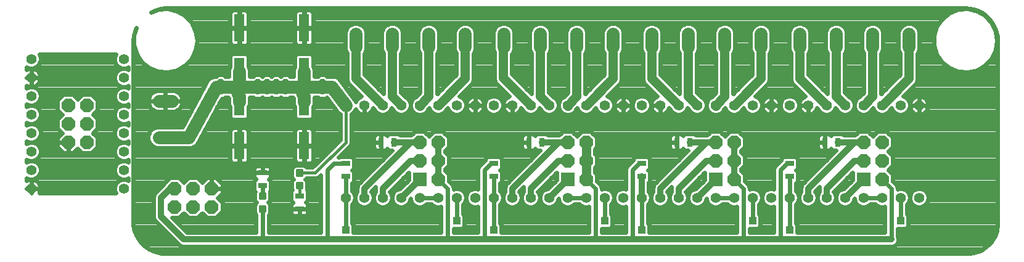
<source format=gtl>
G75*
%MOIN*%
%OFA0B0*%
%FSLAX25Y25*%
%IPPOS*%
%LPD*%
%AMOC8*
5,1,8,0,0,1.08239X$1,22.5*
%
%ADD10C,0.05543*%
%ADD11R,0.07400X0.07400*%
%ADD12OC8,0.07400*%
%ADD13R,0.04724X0.03150*%
%ADD14R,0.03150X0.04724*%
%ADD15C,0.01181*%
%ADD16C,0.07050*%
%ADD17R,0.05512X0.14961*%
%ADD18C,0.05000*%
%ADD19C,0.05600*%
%ADD20C,0.01600*%
%ADD21C,0.07000*%
%ADD22OC8,0.03569*%
%ADD23C,0.02400*%
%ADD24C,0.03200*%
%ADD25R,0.03962X0.03962*%
D10*
X0007200Y0037407D03*
X0007200Y0047407D03*
X0007200Y0057407D03*
X0007200Y0067407D03*
X0007200Y0077407D03*
X0007200Y0087407D03*
X0007200Y0097407D03*
X0007200Y0107407D03*
X0057200Y0107407D03*
X0057200Y0097407D03*
X0057200Y0087407D03*
X0057200Y0077407D03*
X0057200Y0067407D03*
X0057200Y0057407D03*
X0057200Y0047407D03*
X0057200Y0037407D03*
X0177200Y0032407D03*
X0187200Y0032407D03*
X0197200Y0032407D03*
X0207200Y0032407D03*
X0217200Y0032407D03*
X0227200Y0032407D03*
X0237200Y0032407D03*
X0247200Y0032407D03*
X0257200Y0032407D03*
X0267200Y0032407D03*
X0277200Y0032407D03*
X0287200Y0032407D03*
X0297200Y0032407D03*
X0307200Y0032407D03*
X0317200Y0032407D03*
X0327200Y0032407D03*
X0337200Y0032407D03*
X0347200Y0032407D03*
X0357200Y0032407D03*
X0367200Y0032407D03*
X0377200Y0032407D03*
X0387200Y0032407D03*
X0397200Y0032407D03*
X0407200Y0032407D03*
X0417200Y0032407D03*
X0427200Y0032407D03*
X0437200Y0032407D03*
X0447200Y0032407D03*
X0457200Y0032407D03*
X0467200Y0032407D03*
X0477200Y0032407D03*
X0487200Y0032407D03*
X0487200Y0082407D03*
X0477200Y0082407D03*
X0467200Y0082407D03*
X0457200Y0082407D03*
X0447200Y0082407D03*
X0437200Y0082407D03*
X0427200Y0082407D03*
X0417200Y0082407D03*
X0407200Y0082407D03*
X0397200Y0082407D03*
X0387200Y0082407D03*
X0377200Y0082407D03*
X0367200Y0082407D03*
X0357200Y0082407D03*
X0347200Y0082407D03*
X0337200Y0082407D03*
X0327200Y0082407D03*
X0317200Y0082407D03*
X0307200Y0082407D03*
X0297200Y0082407D03*
X0287200Y0082407D03*
X0277200Y0082407D03*
X0267200Y0082407D03*
X0257200Y0082407D03*
X0247200Y0082407D03*
X0237200Y0082407D03*
X0227200Y0082407D03*
X0217200Y0082407D03*
X0207200Y0082407D03*
X0197200Y0082407D03*
X0187200Y0082407D03*
X0177200Y0082407D03*
D11*
X0217200Y0042407D03*
X0297200Y0042407D03*
X0377200Y0042407D03*
X0457200Y0042407D03*
D12*
X0467200Y0042407D03*
X0467200Y0052407D03*
X0457200Y0052407D03*
X0457200Y0062407D03*
X0467200Y0062407D03*
X0387200Y0062407D03*
X0377200Y0062407D03*
X0377200Y0052407D03*
X0387200Y0052407D03*
X0387200Y0042407D03*
X0307200Y0042407D03*
X0307200Y0052407D03*
X0297200Y0052407D03*
X0297200Y0062407D03*
X0307200Y0062407D03*
X0227200Y0062407D03*
X0217200Y0062407D03*
X0217200Y0052407D03*
X0227200Y0052407D03*
X0227200Y0042407D03*
X0104700Y0037407D03*
X0094700Y0037407D03*
X0084700Y0037407D03*
X0084700Y0027407D03*
X0094700Y0027407D03*
X0104700Y0027407D03*
X0037200Y0062407D03*
X0027200Y0062407D03*
X0027200Y0072407D03*
X0037200Y0072407D03*
X0037200Y0082407D03*
X0027200Y0082407D03*
D13*
X0132200Y0045950D03*
X0132200Y0038864D03*
X0152200Y0033450D03*
X0152200Y0026364D03*
X0177200Y0043864D03*
X0177200Y0050950D03*
X0257200Y0050950D03*
X0257200Y0043864D03*
X0337200Y0043864D03*
X0337200Y0050950D03*
X0417200Y0050950D03*
X0417200Y0043864D03*
D14*
X0436157Y0062407D03*
X0443243Y0062407D03*
X0363243Y0062407D03*
X0356157Y0062407D03*
X0283243Y0062407D03*
X0276157Y0062407D03*
X0203243Y0062407D03*
X0196157Y0062407D03*
D15*
X0153578Y0047238D02*
X0150822Y0047238D01*
X0153578Y0047238D02*
X0153578Y0044482D01*
X0150822Y0044482D01*
X0150822Y0047238D01*
X0150822Y0045662D02*
X0153578Y0045662D01*
X0153578Y0046842D02*
X0150822Y0046842D01*
X0150822Y0040332D02*
X0153578Y0040332D01*
X0153578Y0037576D01*
X0150822Y0037576D01*
X0150822Y0040332D01*
X0150822Y0038756D02*
X0153578Y0038756D01*
X0153578Y0039936D02*
X0150822Y0039936D01*
X0133578Y0031982D02*
X0130822Y0031982D01*
X0130822Y0034738D01*
X0133578Y0034738D01*
X0133578Y0031982D01*
X0133578Y0033162D02*
X0130822Y0033162D01*
X0130822Y0034342D02*
X0133578Y0034342D01*
X0133578Y0025076D02*
X0130822Y0025076D01*
X0130822Y0027832D01*
X0133578Y0027832D01*
X0133578Y0025076D01*
X0133578Y0026256D02*
X0130822Y0026256D01*
X0130822Y0027436D02*
X0133578Y0027436D01*
D16*
X0083225Y0065064D02*
X0076175Y0065064D01*
X0076175Y0084749D02*
X0083225Y0084749D01*
X0182672Y0113882D02*
X0182672Y0120932D01*
X0202357Y0120932D02*
X0202357Y0113882D01*
X0222043Y0113882D02*
X0222043Y0120932D01*
X0241728Y0120932D02*
X0241728Y0113882D01*
X0262672Y0113882D02*
X0262672Y0120932D01*
X0282357Y0120932D02*
X0282357Y0113882D01*
X0302043Y0113882D02*
X0302043Y0120932D01*
X0321728Y0120932D02*
X0321728Y0113882D01*
X0342672Y0113882D02*
X0342672Y0120932D01*
X0362357Y0120932D02*
X0362357Y0113882D01*
X0382043Y0113882D02*
X0382043Y0120932D01*
X0401728Y0120932D02*
X0401728Y0113882D01*
X0422672Y0113882D02*
X0422672Y0120932D01*
X0442357Y0120932D02*
X0442357Y0113882D01*
X0462043Y0113882D02*
X0462043Y0120932D01*
X0481728Y0120932D02*
X0481728Y0113882D01*
D17*
X0154700Y0124218D03*
X0119700Y0124218D03*
X0119700Y0100596D03*
X0154700Y0100596D03*
X0154700Y0084218D03*
X0119700Y0084218D03*
X0119700Y0060596D03*
X0154700Y0060596D03*
D18*
X0182672Y0096934D02*
X0197200Y0082407D01*
X0202357Y0087249D02*
X0207200Y0082407D01*
X0217259Y0082466D02*
X0222043Y0087249D01*
X0222043Y0117407D01*
X0202357Y0117407D02*
X0202357Y0087249D01*
X0227200Y0082407D02*
X0241728Y0096934D01*
X0241728Y0117407D01*
X0262200Y0117407D02*
X0262672Y0117407D01*
X0262200Y0117407D02*
X0262200Y0097407D01*
X0277200Y0082407D01*
X0282357Y0087249D02*
X0287200Y0082407D01*
X0297259Y0082466D02*
X0302043Y0087249D01*
X0302043Y0117407D01*
X0282357Y0117407D02*
X0282357Y0087249D01*
X0307200Y0082407D02*
X0321728Y0096934D01*
X0321728Y0117407D01*
X0342672Y0117407D02*
X0342672Y0096934D01*
X0357200Y0082407D01*
X0362357Y0087249D02*
X0367200Y0082407D01*
X0377259Y0082466D02*
X0382043Y0087249D01*
X0382043Y0117407D01*
X0362357Y0117407D02*
X0362357Y0087249D01*
X0387200Y0082407D02*
X0401728Y0096934D01*
X0401728Y0117407D01*
X0422672Y0117407D02*
X0422672Y0096934D01*
X0437200Y0082407D01*
X0442200Y0087407D02*
X0447200Y0082407D01*
X0457200Y0082407D02*
X0462043Y0087249D01*
X0462043Y0117407D01*
X0442357Y0117407D02*
X0442200Y0117407D01*
X0442200Y0087407D01*
X0467200Y0082407D02*
X0481728Y0096934D01*
X0481728Y0117407D01*
X0307200Y0062407D02*
X0307200Y0042407D01*
X0182672Y0096934D02*
X0182672Y0117407D01*
D19*
X0217259Y0082466D02*
X0217200Y0082407D01*
X0297200Y0082407D02*
X0297259Y0082466D01*
X0377200Y0082407D02*
X0377259Y0082466D01*
D20*
X0177200Y0082407D02*
X0177200Y0062407D01*
X0160653Y0045860D01*
X0152200Y0045860D01*
X0152200Y0038954D02*
X0152200Y0033450D01*
D21*
X0092357Y0065064D02*
X0079700Y0065064D01*
X0092357Y0065064D02*
X0107200Y0092407D01*
X0117200Y0092407D01*
X0119700Y0092407D01*
X0119700Y0100596D01*
X0119700Y0092407D02*
X0152200Y0092407D01*
X0154700Y0087407D01*
X0154700Y0084218D01*
X0169700Y0092407D02*
X0177200Y0082407D01*
X0169700Y0092407D02*
X0154700Y0092407D01*
X0154700Y0100596D01*
X0154700Y0092407D02*
X0152200Y0092407D01*
X0119700Y0087407D02*
X0119700Y0084218D01*
X0119700Y0087407D02*
X0117200Y0092407D01*
D22*
X0109700Y0094907D03*
X0109700Y0089907D03*
X0129700Y0089907D03*
X0134700Y0089907D03*
X0139700Y0089907D03*
X0144700Y0089907D03*
X0144700Y0094907D03*
X0139700Y0094907D03*
X0134700Y0094907D03*
X0129700Y0094907D03*
X0164700Y0094907D03*
X0164700Y0089907D03*
D23*
X0062803Y0015331D02*
X0063547Y0013142D01*
X0064572Y0011068D01*
X0065858Y0009146D01*
X0067384Y0007409D01*
X0069125Y0005886D01*
X0071049Y0004604D01*
X0073125Y0003584D01*
X0075316Y0002844D01*
X0077585Y0002397D01*
X0079893Y0002251D01*
X0082200Y0002407D01*
X0514700Y0002407D01*
X0077536Y0002407D01*
X0070747Y0004805D02*
X0521976Y0004805D01*
X0522658Y0005209D02*
X0520823Y0004122D01*
X0518863Y0003284D01*
X0516810Y0002709D01*
X0514700Y0002407D01*
X0522658Y0005209D02*
X0524334Y0006526D01*
X0525824Y0008050D01*
X0527103Y0009756D01*
X0528148Y0011614D01*
X0528941Y0013593D01*
X0529470Y0015659D01*
X0529724Y0017775D01*
X0529700Y0019907D01*
X0529700Y0117407D01*
X0529550Y0119691D01*
X0529104Y0121936D01*
X0528368Y0124104D01*
X0527355Y0126157D01*
X0526084Y0128060D01*
X0524574Y0129781D01*
X0522853Y0131291D01*
X0520950Y0132562D01*
X0518897Y0133575D01*
X0516729Y0134311D01*
X0514484Y0134757D01*
X0512200Y0134907D01*
X0082200Y0134907D01*
X0079742Y0134910D01*
X0077305Y0134592D01*
X0074930Y0133958D01*
X0072658Y0133020D01*
X0072079Y0132687D01*
X0075873Y0134176D01*
X0080985Y0134559D01*
X0085984Y0133418D01*
X0085984Y0133418D01*
X0090424Y0130854D01*
X0090424Y0130854D01*
X0093911Y0127096D01*
X0093911Y0127096D01*
X0096136Y0122477D01*
X0096136Y0122477D01*
X0096900Y0117407D01*
X0096136Y0112337D01*
X0093911Y0107718D01*
X0093911Y0107718D01*
X0090424Y0103959D01*
X0090424Y0103959D01*
X0085984Y0101396D01*
X0085984Y0101396D01*
X0080985Y0100255D01*
X0080985Y0100255D01*
X0075873Y0100638D01*
X0075873Y0100638D01*
X0071100Y0102511D01*
X0071100Y0102511D01*
X0067092Y0105708D01*
X0067091Y0105708D01*
X0067091Y0105708D01*
X0064203Y0109944D01*
X0064203Y0109944D01*
X0062692Y0114843D01*
X0062692Y0119970D01*
X0064027Y0124298D01*
X0063162Y0122217D01*
X0062524Y0119844D01*
X0062200Y0117407D01*
X0062200Y0019907D01*
X0062351Y0017599D01*
X0062803Y0015331D01*
X0063120Y0014399D02*
X0079833Y0014399D01*
X0082232Y0012001D02*
X0064111Y0012001D01*
X0065553Y0009602D02*
X0084630Y0009602D01*
X0087029Y0007204D02*
X0067619Y0007204D01*
X0075047Y0019185D02*
X0087547Y0006685D01*
X0088944Y0006107D01*
X0472956Y0006107D01*
X0474353Y0006685D01*
X0475421Y0007754D01*
X0476000Y0009151D01*
X0476000Y0010663D01*
X0475600Y0011628D01*
X0475600Y0015726D01*
X0480092Y0015726D01*
X0481381Y0017015D01*
X0481381Y0022799D01*
X0480600Y0023580D01*
X0480600Y0028776D01*
X0481415Y0029591D01*
X0482172Y0031418D01*
X0482172Y0033396D01*
X0481415Y0035223D01*
X0480016Y0036622D01*
X0478189Y0037379D01*
X0476211Y0037379D01*
X0475600Y0037125D01*
X0475600Y0038083D01*
X0475082Y0039333D01*
X0474126Y0040289D01*
X0473100Y0041315D01*
X0473100Y0044851D01*
X0470544Y0047407D01*
X0473100Y0049963D01*
X0473100Y0054851D01*
X0470544Y0057407D01*
X0473100Y0059963D01*
X0473100Y0064851D01*
X0469644Y0068307D01*
X0464756Y0068307D01*
X0462200Y0065751D01*
X0459644Y0068307D01*
X0454756Y0068307D01*
X0452656Y0066207D01*
X0446492Y0066207D01*
X0445729Y0066969D01*
X0440757Y0066969D01*
X0439644Y0065856D01*
X0439492Y0066120D01*
X0439082Y0066530D01*
X0438581Y0066819D01*
X0438021Y0066969D01*
X0436157Y0066969D01*
X0436157Y0062407D01*
X0436157Y0062407D01*
X0436157Y0057845D01*
X0438021Y0057845D01*
X0438581Y0057995D01*
X0439082Y0058284D01*
X0439492Y0058694D01*
X0439644Y0058958D01*
X0440757Y0057845D01*
X0442264Y0057845D01*
X0425047Y0040628D01*
X0423979Y0039559D01*
X0423400Y0038163D01*
X0423400Y0035638D01*
X0422985Y0035223D01*
X0422228Y0033396D01*
X0422228Y0031418D01*
X0422985Y0029591D01*
X0424384Y0028192D01*
X0426211Y0027435D01*
X0428189Y0027435D01*
X0430016Y0028192D01*
X0431415Y0029591D01*
X0432172Y0031418D01*
X0432172Y0033396D01*
X0431415Y0035223D01*
X0431000Y0035638D01*
X0431000Y0035833D01*
X0433450Y0038283D01*
X0433400Y0038163D01*
X0433400Y0035638D01*
X0432985Y0035223D01*
X0432228Y0033396D01*
X0432228Y0031418D01*
X0432985Y0029591D01*
X0434384Y0028192D01*
X0436211Y0027435D01*
X0438189Y0027435D01*
X0440016Y0028192D01*
X0441415Y0029591D01*
X0442172Y0031418D01*
X0442172Y0033396D01*
X0441415Y0035223D01*
X0441000Y0035638D01*
X0441000Y0035833D01*
X0451300Y0046133D01*
X0451300Y0041881D01*
X0446798Y0037379D01*
X0446211Y0037379D01*
X0444384Y0036622D01*
X0442985Y0035223D01*
X0442228Y0033396D01*
X0442228Y0031418D01*
X0442985Y0029591D01*
X0444384Y0028192D01*
X0446211Y0027435D01*
X0448189Y0027435D01*
X0450016Y0028192D01*
X0451415Y0029591D01*
X0452172Y0031418D01*
X0452172Y0032005D01*
X0452228Y0032061D01*
X0452228Y0031418D01*
X0452985Y0029591D01*
X0454384Y0028192D01*
X0456211Y0027435D01*
X0458189Y0027435D01*
X0460016Y0028192D01*
X0460831Y0029007D01*
X0463569Y0029007D01*
X0464384Y0028192D01*
X0466211Y0027435D01*
X0468189Y0027435D01*
X0468800Y0027688D01*
X0468800Y0013707D01*
X0421381Y0013707D01*
X0421381Y0017799D01*
X0420600Y0018580D01*
X0420600Y0028776D01*
X0421415Y0029591D01*
X0422172Y0031418D01*
X0422172Y0033396D01*
X0421415Y0035223D01*
X0420600Y0036038D01*
X0420600Y0040215D01*
X0421762Y0041378D01*
X0421762Y0046350D01*
X0420705Y0047407D01*
X0421762Y0048464D01*
X0421762Y0053436D01*
X0420473Y0054725D01*
X0413927Y0054725D01*
X0412638Y0053436D01*
X0412638Y0052653D01*
X0410274Y0050289D01*
X0409318Y0049333D01*
X0408800Y0048083D01*
X0408800Y0037125D01*
X0408189Y0037379D01*
X0406211Y0037379D01*
X0404384Y0036622D01*
X0402985Y0035223D01*
X0402228Y0033396D01*
X0402228Y0031418D01*
X0402985Y0029591D01*
X0404384Y0028192D01*
X0406211Y0027435D01*
X0408189Y0027435D01*
X0408800Y0027688D01*
X0408800Y0013707D01*
X0395600Y0013707D01*
X0395600Y0015726D01*
X0400092Y0015726D01*
X0401381Y0017015D01*
X0401381Y0022799D01*
X0400600Y0023580D01*
X0400600Y0028776D01*
X0401415Y0029591D01*
X0402172Y0031418D01*
X0402172Y0033396D01*
X0401415Y0035223D01*
X0400016Y0036622D01*
X0398189Y0037379D01*
X0396211Y0037379D01*
X0395600Y0037125D01*
X0395600Y0038083D01*
X0395082Y0039333D01*
X0393100Y0041315D01*
X0393100Y0044851D01*
X0391000Y0046951D01*
X0391000Y0047863D01*
X0393100Y0049963D01*
X0393100Y0054851D01*
X0391000Y0056951D01*
X0391000Y0057863D01*
X0393100Y0059963D01*
X0393100Y0064851D01*
X0389644Y0068307D01*
X0384756Y0068307D01*
X0382200Y0065751D01*
X0379644Y0068307D01*
X0374756Y0068307D01*
X0372656Y0066207D01*
X0366492Y0066207D01*
X0365729Y0066969D01*
X0360757Y0066969D01*
X0359644Y0065856D01*
X0359492Y0066120D01*
X0359082Y0066530D01*
X0358581Y0066819D01*
X0358021Y0066969D01*
X0356157Y0066969D01*
X0356157Y0062407D01*
X0356157Y0062407D01*
X0356157Y0057845D01*
X0358021Y0057845D01*
X0358581Y0057995D01*
X0359082Y0058284D01*
X0359492Y0058694D01*
X0359644Y0058958D01*
X0360757Y0057845D01*
X0362264Y0057845D01*
X0343979Y0039559D01*
X0343400Y0038163D01*
X0343400Y0035638D01*
X0342985Y0035223D01*
X0342228Y0033396D01*
X0342228Y0031418D01*
X0342985Y0029591D01*
X0344384Y0028192D01*
X0346211Y0027435D01*
X0348189Y0027435D01*
X0350016Y0028192D01*
X0351415Y0029591D01*
X0352172Y0031418D01*
X0352172Y0033396D01*
X0351415Y0035223D01*
X0351000Y0035638D01*
X0351000Y0035833D01*
X0353450Y0038283D01*
X0353400Y0038163D01*
X0353400Y0035638D01*
X0352985Y0035223D01*
X0352228Y0033396D01*
X0352228Y0031418D01*
X0352985Y0029591D01*
X0354384Y0028192D01*
X0356211Y0027435D01*
X0358189Y0027435D01*
X0360016Y0028192D01*
X0361415Y0029591D01*
X0362172Y0031418D01*
X0362172Y0033396D01*
X0361415Y0035223D01*
X0361000Y0035638D01*
X0361000Y0035833D01*
X0371300Y0046133D01*
X0371300Y0041881D01*
X0366798Y0037379D01*
X0366211Y0037379D01*
X0364384Y0036622D01*
X0362985Y0035223D01*
X0362228Y0033396D01*
X0362228Y0031418D01*
X0362985Y0029591D01*
X0364384Y0028192D01*
X0366211Y0027435D01*
X0368189Y0027435D01*
X0370016Y0028192D01*
X0371415Y0029591D01*
X0372172Y0031418D01*
X0372172Y0032005D01*
X0372228Y0032061D01*
X0372228Y0031418D01*
X0372985Y0029591D01*
X0374384Y0028192D01*
X0376211Y0027435D01*
X0378189Y0027435D01*
X0380016Y0028192D01*
X0380831Y0029007D01*
X0383569Y0029007D01*
X0384384Y0028192D01*
X0386211Y0027435D01*
X0388189Y0027435D01*
X0388800Y0027688D01*
X0388800Y0013707D01*
X0341381Y0013707D01*
X0341381Y0017799D01*
X0340600Y0018580D01*
X0340600Y0028776D01*
X0341415Y0029591D01*
X0342172Y0031418D01*
X0342172Y0033396D01*
X0341415Y0035223D01*
X0341000Y0035638D01*
X0341000Y0040615D01*
X0341762Y0041378D01*
X0341762Y0046350D01*
X0340705Y0047407D01*
X0341762Y0048464D01*
X0341762Y0053436D01*
X0340473Y0054725D01*
X0333927Y0054725D01*
X0332638Y0053436D01*
X0332638Y0052653D01*
X0330274Y0050289D01*
X0329318Y0049333D01*
X0328800Y0048083D01*
X0328800Y0037125D01*
X0328189Y0037379D01*
X0326211Y0037379D01*
X0324384Y0036622D01*
X0322985Y0035223D01*
X0322228Y0033396D01*
X0322228Y0031418D01*
X0322985Y0029591D01*
X0324384Y0028192D01*
X0326211Y0027435D01*
X0328189Y0027435D01*
X0328800Y0027688D01*
X0328800Y0013707D01*
X0315600Y0013707D01*
X0315600Y0015726D01*
X0320092Y0015726D01*
X0321381Y0017015D01*
X0321381Y0022799D01*
X0320600Y0023580D01*
X0320600Y0028776D01*
X0321415Y0029591D01*
X0322172Y0031418D01*
X0322172Y0033396D01*
X0321415Y0035223D01*
X0320016Y0036622D01*
X0318189Y0037379D01*
X0316211Y0037379D01*
X0315600Y0037125D01*
X0315600Y0038083D01*
X0315082Y0039333D01*
X0314126Y0040289D01*
X0313100Y0041315D01*
X0313100Y0044851D01*
X0311900Y0046051D01*
X0311900Y0048763D01*
X0313100Y0049963D01*
X0313100Y0054851D01*
X0311900Y0056051D01*
X0311900Y0058763D01*
X0313100Y0059963D01*
X0313100Y0064851D01*
X0309644Y0068307D01*
X0304756Y0068307D01*
X0302200Y0065751D01*
X0299644Y0068307D01*
X0294756Y0068307D01*
X0292656Y0066207D01*
X0286492Y0066207D01*
X0285729Y0066969D01*
X0280757Y0066969D01*
X0279644Y0065856D01*
X0279492Y0066120D01*
X0279082Y0066530D01*
X0278581Y0066819D01*
X0278021Y0066969D01*
X0276157Y0066969D01*
X0276157Y0062407D01*
X0276157Y0062407D01*
X0276157Y0057845D01*
X0278021Y0057845D01*
X0278581Y0057995D01*
X0279082Y0058284D01*
X0279492Y0058694D01*
X0279644Y0058958D01*
X0280757Y0057845D01*
X0282264Y0057845D01*
X0265047Y0040628D01*
X0263979Y0039559D01*
X0263400Y0038163D01*
X0263400Y0035638D01*
X0262985Y0035223D01*
X0262228Y0033396D01*
X0262228Y0031418D01*
X0262985Y0029591D01*
X0264384Y0028192D01*
X0266211Y0027435D01*
X0268189Y0027435D01*
X0270016Y0028192D01*
X0271415Y0029591D01*
X0272172Y0031418D01*
X0272172Y0033396D01*
X0271415Y0035223D01*
X0271000Y0035638D01*
X0271000Y0035833D01*
X0273450Y0038283D01*
X0273400Y0038163D01*
X0273400Y0035638D01*
X0272985Y0035223D01*
X0272228Y0033396D01*
X0272228Y0031418D01*
X0272985Y0029591D01*
X0274384Y0028192D01*
X0276211Y0027435D01*
X0278189Y0027435D01*
X0280016Y0028192D01*
X0281415Y0029591D01*
X0282172Y0031418D01*
X0282172Y0033396D01*
X0281415Y0035223D01*
X0281000Y0035638D01*
X0281000Y0035833D01*
X0291300Y0046133D01*
X0291300Y0041881D01*
X0286798Y0037379D01*
X0286211Y0037379D01*
X0284384Y0036622D01*
X0282985Y0035223D01*
X0282228Y0033396D01*
X0282228Y0031418D01*
X0282985Y0029591D01*
X0284384Y0028192D01*
X0286211Y0027435D01*
X0288189Y0027435D01*
X0290016Y0028192D01*
X0291415Y0029591D01*
X0292172Y0031418D01*
X0292172Y0032005D01*
X0292228Y0032061D01*
X0292228Y0031418D01*
X0292985Y0029591D01*
X0294384Y0028192D01*
X0296211Y0027435D01*
X0298189Y0027435D01*
X0300016Y0028192D01*
X0300831Y0029007D01*
X0303569Y0029007D01*
X0304384Y0028192D01*
X0306211Y0027435D01*
X0308189Y0027435D01*
X0308800Y0027688D01*
X0308800Y0013707D01*
X0261381Y0013707D01*
X0261381Y0017799D01*
X0260600Y0018580D01*
X0260600Y0028776D01*
X0261415Y0029591D01*
X0262172Y0031418D01*
X0262172Y0033396D01*
X0261415Y0035223D01*
X0260600Y0036038D01*
X0260600Y0040215D01*
X0261762Y0041378D01*
X0261762Y0046350D01*
X0260705Y0047407D01*
X0261762Y0048464D01*
X0261762Y0053436D01*
X0260473Y0054725D01*
X0253927Y0054725D01*
X0252638Y0053436D01*
X0252638Y0052653D01*
X0250274Y0050289D01*
X0249318Y0049333D01*
X0248800Y0048083D01*
X0248800Y0037125D01*
X0248189Y0037379D01*
X0246211Y0037379D01*
X0244384Y0036622D01*
X0242985Y0035223D01*
X0242228Y0033396D01*
X0242228Y0031418D01*
X0242985Y0029591D01*
X0244384Y0028192D01*
X0246211Y0027435D01*
X0248189Y0027435D01*
X0248800Y0027688D01*
X0248800Y0013707D01*
X0235600Y0013707D01*
X0235600Y0015726D01*
X0240092Y0015726D01*
X0241381Y0017015D01*
X0241381Y0022799D01*
X0240600Y0023580D01*
X0240600Y0028776D01*
X0241415Y0029591D01*
X0242172Y0031418D01*
X0242172Y0033396D01*
X0241415Y0035223D01*
X0240016Y0036622D01*
X0238189Y0037379D01*
X0236211Y0037379D01*
X0235600Y0037125D01*
X0235600Y0038083D01*
X0235082Y0039333D01*
X0234126Y0040289D01*
X0233100Y0041315D01*
X0233100Y0044851D01*
X0231000Y0046951D01*
X0231000Y0047863D01*
X0233100Y0049963D01*
X0233100Y0054851D01*
X0231000Y0056951D01*
X0231000Y0057863D01*
X0233100Y0059963D01*
X0233100Y0064851D01*
X0229644Y0068307D01*
X0224756Y0068307D01*
X0222200Y0065751D01*
X0219644Y0068307D01*
X0214756Y0068307D01*
X0212656Y0066207D01*
X0206492Y0066207D01*
X0205729Y0066969D01*
X0200757Y0066969D01*
X0199644Y0065856D01*
X0199492Y0066120D01*
X0199082Y0066530D01*
X0198581Y0066819D01*
X0198021Y0066969D01*
X0196157Y0066969D01*
X0196157Y0062407D01*
X0196157Y0062407D01*
X0196157Y0057845D01*
X0198021Y0057845D01*
X0198581Y0057995D01*
X0199082Y0058284D01*
X0199492Y0058694D01*
X0199644Y0058958D01*
X0200757Y0057845D01*
X0202264Y0057845D01*
X0185047Y0040628D01*
X0183979Y0039559D01*
X0183400Y0038163D01*
X0183400Y0035638D01*
X0182985Y0035223D01*
X0182228Y0033396D01*
X0182228Y0031418D01*
X0182985Y0029591D01*
X0184384Y0028192D01*
X0186211Y0027435D01*
X0188189Y0027435D01*
X0190016Y0028192D01*
X0191415Y0029591D01*
X0192172Y0031418D01*
X0192172Y0033396D01*
X0191415Y0035223D01*
X0191000Y0035638D01*
X0191000Y0035833D01*
X0193450Y0038283D01*
X0193400Y0038163D01*
X0193400Y0035638D01*
X0192985Y0035223D01*
X0192228Y0033396D01*
X0192228Y0031418D01*
X0192985Y0029591D01*
X0194384Y0028192D01*
X0196211Y0027435D01*
X0198189Y0027435D01*
X0200016Y0028192D01*
X0201415Y0029591D01*
X0202172Y0031418D01*
X0202172Y0033396D01*
X0201415Y0035223D01*
X0201000Y0035638D01*
X0201000Y0035833D01*
X0211300Y0046133D01*
X0211300Y0041881D01*
X0206798Y0037379D01*
X0206211Y0037379D01*
X0204384Y0036622D01*
X0202985Y0035223D01*
X0202228Y0033396D01*
X0202228Y0031418D01*
X0202985Y0029591D01*
X0204384Y0028192D01*
X0206211Y0027435D01*
X0208189Y0027435D01*
X0210016Y0028192D01*
X0211415Y0029591D01*
X0212172Y0031418D01*
X0212172Y0032005D01*
X0212228Y0032061D01*
X0212228Y0031418D01*
X0212985Y0029591D01*
X0214384Y0028192D01*
X0216211Y0027435D01*
X0218189Y0027435D01*
X0220016Y0028192D01*
X0220831Y0029007D01*
X0223569Y0029007D01*
X0224384Y0028192D01*
X0226211Y0027435D01*
X0228189Y0027435D01*
X0228800Y0027688D01*
X0228800Y0013707D01*
X0181381Y0013707D01*
X0181381Y0017799D01*
X0180600Y0018580D01*
X0180600Y0028776D01*
X0181415Y0029591D01*
X0182172Y0031418D01*
X0182172Y0033396D01*
X0181415Y0035223D01*
X0180600Y0036038D01*
X0180600Y0040215D01*
X0181762Y0041378D01*
X0181762Y0046350D01*
X0180705Y0047407D01*
X0181762Y0048464D01*
X0181762Y0053436D01*
X0180473Y0054725D01*
X0173927Y0054725D01*
X0173552Y0054350D01*
X0173386Y0054350D01*
X0179743Y0060708D01*
X0180200Y0061810D01*
X0180200Y0077532D01*
X0181527Y0078527D01*
X0182640Y0080406D01*
X0182948Y0079801D01*
X0183408Y0079168D01*
X0183961Y0078615D01*
X0184594Y0078155D01*
X0185292Y0077799D01*
X0186036Y0077558D01*
X0186809Y0077435D01*
X0187200Y0077435D01*
X0187591Y0077435D01*
X0188364Y0077558D01*
X0189108Y0077799D01*
X0189806Y0078155D01*
X0190439Y0078615D01*
X0190992Y0079168D01*
X0191452Y0079801D01*
X0191807Y0080498D01*
X0191968Y0080992D01*
X0192714Y0080247D01*
X0192985Y0079591D01*
X0194384Y0078192D01*
X0196211Y0077435D01*
X0198189Y0077435D01*
X0200016Y0078192D01*
X0201415Y0079591D01*
X0201987Y0080973D01*
X0202714Y0080247D01*
X0202985Y0079591D01*
X0204384Y0078192D01*
X0206211Y0077435D01*
X0208189Y0077435D01*
X0210016Y0078192D01*
X0211415Y0079591D01*
X0212172Y0081418D01*
X0212172Y0083396D01*
X0211415Y0085223D01*
X0210016Y0086622D01*
X0209360Y0086893D01*
X0207057Y0089196D01*
X0207057Y0110486D01*
X0207211Y0110639D01*
X0208082Y0112743D01*
X0208082Y0122071D01*
X0207211Y0124175D01*
X0205600Y0125785D01*
X0203496Y0126657D01*
X0201219Y0126657D01*
X0199115Y0125785D01*
X0197504Y0124175D01*
X0196632Y0122071D01*
X0196632Y0112743D01*
X0197504Y0110639D01*
X0197657Y0110486D01*
X0197657Y0088596D01*
X0187372Y0098881D01*
X0187372Y0110486D01*
X0187526Y0110639D01*
X0188397Y0112743D01*
X0188397Y0122071D01*
X0187526Y0124175D01*
X0185915Y0125785D01*
X0183811Y0126657D01*
X0181534Y0126657D01*
X0179429Y0125785D01*
X0177819Y0124175D01*
X0176947Y0122071D01*
X0176947Y0112743D01*
X0177819Y0110639D01*
X0177972Y0110486D01*
X0177972Y0096000D01*
X0178688Y0094272D01*
X0180010Y0092950D01*
X0185785Y0087175D01*
X0185292Y0087014D01*
X0184594Y0086659D01*
X0183961Y0086199D01*
X0183408Y0085646D01*
X0182948Y0085013D01*
X0182594Y0084319D01*
X0182440Y0084920D01*
X0174691Y0095252D01*
X0174532Y0095636D01*
X0174017Y0096151D01*
X0173580Y0096734D01*
X0173222Y0096945D01*
X0172929Y0097239D01*
X0172256Y0097518D01*
X0171629Y0097889D01*
X0171217Y0097948D01*
X0170834Y0098107D01*
X0170105Y0098107D01*
X0169384Y0098210D01*
X0168981Y0098107D01*
X0167135Y0098107D01*
X0166350Y0098891D01*
X0163050Y0098891D01*
X0162265Y0098107D01*
X0160400Y0098107D01*
X0160400Y0101730D01*
X0159656Y0103526D01*
X0159656Y0108987D01*
X0158367Y0110276D01*
X0151033Y0110276D01*
X0149744Y0108987D01*
X0149744Y0103526D01*
X0149000Y0101730D01*
X0149000Y0098107D01*
X0147135Y0098107D01*
X0146350Y0098891D01*
X0143050Y0098891D01*
X0142265Y0098107D01*
X0142135Y0098107D01*
X0141350Y0098891D01*
X0138050Y0098891D01*
X0137265Y0098107D01*
X0137135Y0098107D01*
X0136350Y0098891D01*
X0133050Y0098891D01*
X0132265Y0098107D01*
X0132135Y0098107D01*
X0131350Y0098891D01*
X0128050Y0098891D01*
X0127265Y0098107D01*
X0125400Y0098107D01*
X0125400Y0101730D01*
X0124656Y0103526D01*
X0124656Y0108987D01*
X0123367Y0110276D01*
X0116033Y0110276D01*
X0114744Y0108987D01*
X0114744Y0103526D01*
X0114000Y0101730D01*
X0114000Y0098107D01*
X0112135Y0098107D01*
X0111350Y0098891D01*
X0108050Y0098891D01*
X0107288Y0098129D01*
X0106668Y0098194D01*
X0106373Y0098107D01*
X0106066Y0098107D01*
X0105294Y0097787D01*
X0104494Y0097550D01*
X0104255Y0097357D01*
X0103971Y0097239D01*
X0103380Y0096648D01*
X0102731Y0096123D01*
X0102585Y0095853D01*
X0102368Y0095636D01*
X0102048Y0094864D01*
X0088966Y0070764D01*
X0084424Y0070764D01*
X0084364Y0070789D01*
X0075036Y0070789D01*
X0072932Y0069918D01*
X0071322Y0068307D01*
X0070450Y0066203D01*
X0070450Y0063926D01*
X0071322Y0061821D01*
X0072932Y0060211D01*
X0075036Y0059339D01*
X0084364Y0059339D01*
X0084424Y0059364D01*
X0092059Y0059364D01*
X0092890Y0059277D01*
X0093184Y0059364D01*
X0093491Y0059364D01*
X0094263Y0059684D01*
X0095064Y0059921D01*
X0095303Y0060115D01*
X0095586Y0060232D01*
X0096177Y0060823D01*
X0096826Y0061349D01*
X0096973Y0061618D01*
X0097190Y0061836D01*
X0097509Y0062607D01*
X0110166Y0085923D01*
X0111350Y0085923D01*
X0112135Y0086707D01*
X0113677Y0086707D01*
X0114000Y0086061D01*
X0114000Y0083084D01*
X0114744Y0081288D01*
X0114744Y0075826D01*
X0116033Y0074538D01*
X0123367Y0074538D01*
X0124656Y0075826D01*
X0124656Y0081288D01*
X0125400Y0083084D01*
X0125400Y0086482D01*
X0125466Y0086680D01*
X0125464Y0086707D01*
X0127265Y0086707D01*
X0128050Y0085923D01*
X0131350Y0085923D01*
X0132135Y0086707D01*
X0132265Y0086707D01*
X0133050Y0085923D01*
X0136350Y0085923D01*
X0137135Y0086707D01*
X0137265Y0086707D01*
X0138050Y0085923D01*
X0141350Y0085923D01*
X0142135Y0086707D01*
X0142265Y0086707D01*
X0143050Y0085923D01*
X0146350Y0085923D01*
X0147135Y0086707D01*
X0148677Y0086707D01*
X0149000Y0086061D01*
X0149000Y0083084D01*
X0149744Y0081288D01*
X0149744Y0075826D01*
X0151033Y0074538D01*
X0158367Y0074538D01*
X0159656Y0075826D01*
X0159656Y0081288D01*
X0160400Y0083084D01*
X0160400Y0086482D01*
X0160466Y0086680D01*
X0160464Y0086707D01*
X0162265Y0086707D01*
X0163050Y0085923D01*
X0166350Y0085923D01*
X0166972Y0086544D01*
X0173320Y0078080D01*
X0174200Y0077559D01*
X0174200Y0063650D01*
X0159410Y0048860D01*
X0155902Y0048860D01*
X0155159Y0049603D01*
X0154133Y0050028D01*
X0150267Y0050028D01*
X0149241Y0049603D01*
X0148456Y0048818D01*
X0148031Y0047793D01*
X0148031Y0043927D01*
X0148456Y0042901D01*
X0148950Y0042407D01*
X0148456Y0041913D01*
X0148031Y0040887D01*
X0148031Y0037021D01*
X0148234Y0036532D01*
X0147638Y0035936D01*
X0147638Y0030964D01*
X0148751Y0029851D01*
X0148487Y0029699D01*
X0148077Y0029289D01*
X0147788Y0028788D01*
X0147638Y0028228D01*
X0147638Y0026364D01*
X0152200Y0026364D01*
X0156762Y0026364D01*
X0156762Y0028228D01*
X0156612Y0028788D01*
X0156323Y0029289D01*
X0155913Y0029699D01*
X0155649Y0029851D01*
X0156762Y0030964D01*
X0156762Y0035936D01*
X0156166Y0036532D01*
X0156368Y0037021D01*
X0156368Y0040887D01*
X0155944Y0041913D01*
X0155450Y0042407D01*
X0155902Y0042860D01*
X0161249Y0042860D01*
X0162352Y0043316D01*
X0163800Y0044764D01*
X0163800Y0013707D01*
X0135600Y0013707D01*
X0135600Y0023152D01*
X0135944Y0023495D01*
X0136368Y0024521D01*
X0136368Y0028387D01*
X0135944Y0029413D01*
X0135450Y0029907D01*
X0135944Y0030401D01*
X0136368Y0031427D01*
X0136368Y0035293D01*
X0136166Y0035781D01*
X0136762Y0036378D01*
X0136762Y0041350D01*
X0135649Y0042463D01*
X0135913Y0042615D01*
X0136323Y0043025D01*
X0136612Y0043526D01*
X0136762Y0044086D01*
X0136762Y0045950D01*
X0132200Y0045950D01*
X0132200Y0045950D01*
X0127638Y0045950D01*
X0127638Y0044086D01*
X0127788Y0043526D01*
X0128077Y0043025D01*
X0128487Y0042615D01*
X0128751Y0042463D01*
X0127638Y0041350D01*
X0127638Y0036378D01*
X0128234Y0035781D01*
X0128031Y0035293D01*
X0128031Y0031427D01*
X0128456Y0030401D01*
X0128950Y0029907D01*
X0128456Y0029413D01*
X0128031Y0028387D01*
X0128031Y0024521D01*
X0128456Y0023495D01*
X0128800Y0023152D01*
X0128800Y0013707D01*
X0091274Y0013707D01*
X0083474Y0021507D01*
X0087144Y0021507D01*
X0089700Y0024063D01*
X0092256Y0021507D01*
X0097144Y0021507D01*
X0099700Y0024063D01*
X0102256Y0021507D01*
X0107144Y0021507D01*
X0110600Y0024963D01*
X0110600Y0029851D01*
X0108044Y0032407D01*
X0110600Y0034963D01*
X0110600Y0037407D01*
X0110600Y0039851D01*
X0107144Y0043307D01*
X0104700Y0043307D01*
X0104700Y0037407D01*
X0104700Y0037407D01*
X0104700Y0043307D01*
X0102256Y0043307D01*
X0099700Y0040751D01*
X0097144Y0043307D01*
X0092256Y0043307D01*
X0089700Y0040751D01*
X0087144Y0043307D01*
X0082256Y0043307D01*
X0078800Y0039851D01*
X0078800Y0039381D01*
X0073979Y0034559D01*
X0073400Y0033163D01*
X0073400Y0021651D01*
X0073979Y0020254D01*
X0075047Y0019185D01*
X0075036Y0019196D02*
X0062247Y0019196D01*
X0062200Y0021595D02*
X0073423Y0021595D01*
X0073400Y0023994D02*
X0062200Y0023994D01*
X0062200Y0026392D02*
X0073400Y0026392D01*
X0073400Y0028791D02*
X0062200Y0028791D01*
X0062200Y0031189D02*
X0073400Y0031189D01*
X0073576Y0033588D02*
X0062200Y0033588D01*
X0062200Y0035986D02*
X0075405Y0035986D01*
X0077804Y0038385D02*
X0062200Y0038385D01*
X0062200Y0040783D02*
X0079732Y0040783D01*
X0082131Y0043182D02*
X0062200Y0043182D01*
X0059700Y0043061D02*
X0059700Y0041753D01*
X0058189Y0042379D01*
X0056211Y0042379D01*
X0054384Y0041622D01*
X0052985Y0040223D01*
X0052228Y0038396D01*
X0052228Y0036418D01*
X0052854Y0034907D01*
X0011506Y0034907D01*
X0011807Y0035498D01*
X0012049Y0036243D01*
X0012172Y0037016D01*
X0012172Y0037407D01*
X0012172Y0037798D01*
X0012049Y0038571D01*
X0011807Y0039315D01*
X0011452Y0040013D01*
X0010992Y0040646D01*
X0010439Y0041199D01*
X0009806Y0041659D01*
X0009108Y0042014D01*
X0008364Y0042256D01*
X0007591Y0042379D01*
X0007200Y0042379D01*
X0006809Y0042379D01*
X0006036Y0042256D01*
X0005292Y0042014D01*
X0004700Y0041713D01*
X0004700Y0043061D01*
X0006211Y0042435D01*
X0008189Y0042435D01*
X0010016Y0043192D01*
X0011415Y0044591D01*
X0012172Y0046418D01*
X0012172Y0048396D01*
X0011415Y0050223D01*
X0010016Y0051622D01*
X0008189Y0052379D01*
X0006211Y0052379D01*
X0004700Y0051753D01*
X0004700Y0053061D01*
X0006211Y0052435D01*
X0008189Y0052435D01*
X0010016Y0053192D01*
X0011415Y0054591D01*
X0012172Y0056418D01*
X0012172Y0058396D01*
X0011415Y0060223D01*
X0010016Y0061622D01*
X0008189Y0062379D01*
X0006211Y0062379D01*
X0004700Y0061753D01*
X0004700Y0063061D01*
X0006211Y0062435D01*
X0008189Y0062435D01*
X0010016Y0063192D01*
X0011415Y0064591D01*
X0012172Y0066418D01*
X0012172Y0068396D01*
X0011415Y0070223D01*
X0010016Y0071622D01*
X0008189Y0072379D01*
X0006211Y0072379D01*
X0004700Y0071753D01*
X0004700Y0073061D01*
X0006211Y0072435D01*
X0008189Y0072435D01*
X0010016Y0073192D01*
X0011415Y0074591D01*
X0012172Y0076418D01*
X0012172Y0078396D01*
X0011415Y0080223D01*
X0010016Y0081622D01*
X0008189Y0082379D01*
X0006211Y0082379D01*
X0004700Y0081753D01*
X0004700Y0083061D01*
X0006211Y0082435D01*
X0008189Y0082435D01*
X0010016Y0083192D01*
X0011415Y0084591D01*
X0012172Y0086418D01*
X0012172Y0088396D01*
X0011415Y0090223D01*
X0010016Y0091622D01*
X0008189Y0092379D01*
X0006211Y0092379D01*
X0004700Y0091753D01*
X0004700Y0093101D01*
X0005292Y0092799D01*
X0006036Y0092558D01*
X0006809Y0092435D01*
X0007200Y0092435D01*
X0007200Y0097407D01*
X0007200Y0097407D01*
X0007200Y0102379D01*
X0007591Y0102379D01*
X0008364Y0102256D01*
X0009108Y0102014D01*
X0009806Y0101659D01*
X0010439Y0101199D01*
X0010992Y0100646D01*
X0011452Y0100013D01*
X0011807Y0099315D01*
X0012049Y0098571D01*
X0012172Y0097798D01*
X0012172Y0097407D01*
X0007200Y0097407D01*
X0007200Y0102379D01*
X0006809Y0102379D01*
X0006036Y0102256D01*
X0005292Y0102014D01*
X0004700Y0101713D01*
X0004700Y0103061D01*
X0006211Y0102435D01*
X0008189Y0102435D01*
X0010016Y0103192D01*
X0011415Y0104591D01*
X0012172Y0106418D01*
X0012172Y0108396D01*
X0011546Y0109907D01*
X0052854Y0109907D01*
X0052228Y0108396D01*
X0052228Y0106418D01*
X0052985Y0104591D01*
X0054384Y0103192D01*
X0056211Y0102435D01*
X0058189Y0102435D01*
X0059700Y0103061D01*
X0059700Y0101753D01*
X0058189Y0102379D01*
X0056211Y0102379D01*
X0054384Y0101622D01*
X0052985Y0100223D01*
X0052228Y0098396D01*
X0052228Y0096418D01*
X0052985Y0094591D01*
X0054384Y0093192D01*
X0056211Y0092435D01*
X0058189Y0092435D01*
X0059700Y0093061D01*
X0059700Y0091753D01*
X0058189Y0092379D01*
X0056211Y0092379D01*
X0054384Y0091622D01*
X0052985Y0090223D01*
X0052228Y0088396D01*
X0052228Y0086418D01*
X0052985Y0084591D01*
X0054384Y0083192D01*
X0056211Y0082435D01*
X0058189Y0082435D01*
X0059700Y0083061D01*
X0059700Y0081753D01*
X0058189Y0082379D01*
X0056211Y0082379D01*
X0054384Y0081622D01*
X0052985Y0080223D01*
X0052228Y0078396D01*
X0052228Y0076418D01*
X0052985Y0074591D01*
X0054384Y0073192D01*
X0056211Y0072435D01*
X0058189Y0072435D01*
X0059700Y0073061D01*
X0059700Y0071753D01*
X0058189Y0072379D01*
X0056211Y0072379D01*
X0054384Y0071622D01*
X0052985Y0070223D01*
X0052228Y0068396D01*
X0052228Y0066418D01*
X0052985Y0064591D01*
X0054384Y0063192D01*
X0056211Y0062435D01*
X0058189Y0062435D01*
X0059700Y0063061D01*
X0059700Y0061753D01*
X0058189Y0062379D01*
X0056211Y0062379D01*
X0054384Y0061622D01*
X0052985Y0060223D01*
X0052228Y0058396D01*
X0052228Y0056418D01*
X0052985Y0054591D01*
X0054384Y0053192D01*
X0056211Y0052435D01*
X0058189Y0052435D01*
X0059700Y0053061D01*
X0059700Y0051753D01*
X0058189Y0052379D01*
X0056211Y0052379D01*
X0054384Y0051622D01*
X0052985Y0050223D01*
X0052228Y0048396D01*
X0052228Y0046418D01*
X0052985Y0044591D01*
X0054384Y0043192D01*
X0056211Y0042435D01*
X0058189Y0042435D01*
X0059700Y0043061D01*
X0054409Y0043182D02*
X0009991Y0043182D01*
X0010855Y0040783D02*
X0053545Y0040783D01*
X0052228Y0038385D02*
X0012079Y0038385D01*
X0012172Y0037407D02*
X0007200Y0037407D01*
X0007200Y0037407D01*
X0007200Y0042379D01*
X0007200Y0037407D01*
X0007200Y0037407D01*
X0007200Y0037407D01*
X0004700Y0037407D01*
X0004700Y0037407D01*
X0007200Y0037407D01*
X0012172Y0037407D01*
X0011966Y0035986D02*
X0052407Y0035986D01*
X0052575Y0045580D02*
X0011825Y0045580D01*
X0012172Y0047979D02*
X0052228Y0047979D01*
X0053139Y0050377D02*
X0011261Y0050377D01*
X0009011Y0052776D02*
X0055389Y0052776D01*
X0059011Y0052776D02*
X0059700Y0052776D01*
X0062200Y0052776D02*
X0114758Y0052776D01*
X0114744Y0052826D02*
X0114894Y0052266D01*
X0115184Y0051765D01*
X0115593Y0051355D01*
X0116095Y0051065D01*
X0116654Y0050916D01*
X0119522Y0050916D01*
X0119522Y0060418D01*
X0114744Y0060418D01*
X0114744Y0052826D01*
X0119522Y0052776D02*
X0119878Y0052776D01*
X0119878Y0050916D02*
X0122746Y0050916D01*
X0123305Y0051065D01*
X0123807Y0051355D01*
X0124216Y0051765D01*
X0124506Y0052266D01*
X0124656Y0052826D01*
X0124656Y0060418D01*
X0119878Y0060418D01*
X0119878Y0060774D01*
X0119522Y0060774D01*
X0119522Y0070276D01*
X0116654Y0070276D01*
X0116095Y0070126D01*
X0115593Y0069837D01*
X0115184Y0069427D01*
X0114894Y0068925D01*
X0114744Y0068366D01*
X0114744Y0060774D01*
X0119522Y0060774D01*
X0119522Y0060418D01*
X0119878Y0060418D01*
X0119878Y0050916D01*
X0124642Y0052776D02*
X0149758Y0052776D01*
X0149744Y0052826D02*
X0149894Y0052266D01*
X0150184Y0051765D01*
X0150593Y0051355D01*
X0151095Y0051065D01*
X0151654Y0050916D01*
X0154522Y0050916D01*
X0154522Y0060418D01*
X0149744Y0060418D01*
X0149744Y0052826D01*
X0154522Y0052776D02*
X0154878Y0052776D01*
X0154878Y0050916D02*
X0157746Y0050916D01*
X0158305Y0051065D01*
X0158807Y0051355D01*
X0159216Y0051765D01*
X0159506Y0052266D01*
X0159656Y0052826D01*
X0159656Y0060418D01*
X0154878Y0060418D01*
X0154878Y0060774D01*
X0154522Y0060774D01*
X0154522Y0070276D01*
X0151654Y0070276D01*
X0151095Y0070126D01*
X0150593Y0069837D01*
X0150184Y0069427D01*
X0149894Y0068925D01*
X0149744Y0068366D01*
X0149744Y0060774D01*
X0154522Y0060774D01*
X0154522Y0060418D01*
X0154878Y0060418D01*
X0154878Y0050916D01*
X0159642Y0052776D02*
X0163326Y0052776D01*
X0165725Y0055174D02*
X0159656Y0055174D01*
X0159656Y0057573D02*
X0168123Y0057573D01*
X0174210Y0055174D02*
X0199593Y0055174D01*
X0201992Y0057573D02*
X0176608Y0057573D01*
X0179007Y0059971D02*
X0192382Y0059971D01*
X0192382Y0059755D02*
X0192532Y0059196D01*
X0192821Y0058694D01*
X0193231Y0058284D01*
X0193733Y0057995D01*
X0194292Y0057845D01*
X0196157Y0057845D01*
X0196157Y0062407D01*
X0196157Y0062407D01*
X0196157Y0066969D01*
X0194292Y0066969D01*
X0193733Y0066819D01*
X0193231Y0066530D01*
X0192821Y0066120D01*
X0192532Y0065618D01*
X0192382Y0065059D01*
X0192382Y0062407D01*
X0196157Y0062407D01*
X0196157Y0062407D01*
X0192382Y0062407D01*
X0192382Y0059755D01*
X0196157Y0059971D02*
X0196157Y0059971D01*
X0196157Y0062370D02*
X0196157Y0062370D01*
X0196157Y0064768D02*
X0196157Y0064768D01*
X0192382Y0064768D02*
X0180200Y0064768D01*
X0180200Y0062370D02*
X0192382Y0062370D01*
X0180200Y0067167D02*
X0213616Y0067167D01*
X0220784Y0067167D02*
X0223616Y0067167D01*
X0230784Y0067167D02*
X0293616Y0067167D01*
X0300784Y0067167D02*
X0303616Y0067167D01*
X0310784Y0067167D02*
X0373616Y0067167D01*
X0380784Y0067167D02*
X0383616Y0067167D01*
X0390784Y0067167D02*
X0453616Y0067167D01*
X0460784Y0067167D02*
X0463616Y0067167D01*
X0470784Y0067167D02*
X0529700Y0067167D01*
X0529700Y0069565D02*
X0180200Y0069565D01*
X0180200Y0071964D02*
X0529700Y0071964D01*
X0529700Y0074362D02*
X0180200Y0074362D01*
X0174200Y0074362D02*
X0103890Y0074362D01*
X0102588Y0071964D02*
X0174200Y0071964D01*
X0174200Y0069565D02*
X0159078Y0069565D01*
X0159216Y0069427D02*
X0158807Y0069837D01*
X0158305Y0070126D01*
X0157746Y0070276D01*
X0154878Y0070276D01*
X0154878Y0060774D01*
X0159656Y0060774D01*
X0159656Y0068366D01*
X0159506Y0068925D01*
X0159216Y0069427D01*
X0159656Y0067167D02*
X0174200Y0067167D01*
X0174200Y0064768D02*
X0159656Y0064768D01*
X0159656Y0062370D02*
X0172920Y0062370D01*
X0170522Y0059971D02*
X0159656Y0059971D01*
X0154878Y0059971D02*
X0154522Y0059971D01*
X0149744Y0059971D02*
X0124656Y0059971D01*
X0124656Y0060774D02*
X0124656Y0068366D01*
X0124506Y0068925D01*
X0124216Y0069427D01*
X0123807Y0069837D01*
X0123305Y0070126D01*
X0122746Y0070276D01*
X0119878Y0070276D01*
X0119878Y0060774D01*
X0124656Y0060774D01*
X0119878Y0059971D02*
X0119522Y0059971D01*
X0114744Y0059971D02*
X0095125Y0059971D01*
X0097411Y0062370D02*
X0114744Y0062370D01*
X0114744Y0064768D02*
X0098682Y0064768D01*
X0099984Y0067167D02*
X0114744Y0067167D01*
X0119522Y0067167D02*
X0119878Y0067167D01*
X0124656Y0067167D02*
X0149744Y0067167D01*
X0154522Y0067167D02*
X0154878Y0067167D01*
X0154878Y0069565D02*
X0154522Y0069565D01*
X0150322Y0069565D02*
X0124078Y0069565D01*
X0119878Y0069565D02*
X0119522Y0069565D01*
X0115322Y0069565D02*
X0101286Y0069565D01*
X0090919Y0074362D02*
X0062200Y0074362D01*
X0053214Y0074362D02*
X0043100Y0074362D01*
X0043100Y0074851D02*
X0040544Y0077407D01*
X0043100Y0079963D01*
X0043100Y0084851D01*
X0039644Y0088307D01*
X0034756Y0088307D01*
X0032200Y0085751D01*
X0029644Y0088307D01*
X0024756Y0088307D01*
X0021300Y0084851D01*
X0021300Y0079963D01*
X0023856Y0077407D01*
X0021300Y0074851D01*
X0021300Y0069963D01*
X0023856Y0067407D01*
X0021300Y0064851D01*
X0021300Y0062407D01*
X0027200Y0062407D01*
X0027200Y0062407D01*
X0021300Y0062407D01*
X0021300Y0059963D01*
X0024756Y0056507D01*
X0027200Y0056507D01*
X0029644Y0056507D01*
X0032200Y0059063D01*
X0034756Y0056507D01*
X0039644Y0056507D01*
X0043100Y0059963D01*
X0043100Y0064851D01*
X0040544Y0067407D01*
X0043100Y0069963D01*
X0043100Y0074851D01*
X0041190Y0076761D02*
X0052228Y0076761D01*
X0052545Y0079159D02*
X0042296Y0079159D01*
X0043100Y0081558D02*
X0054320Y0081558D01*
X0062200Y0081558D02*
X0071417Y0081558D01*
X0071279Y0081749D02*
X0071808Y0081020D01*
X0072445Y0080383D01*
X0073174Y0079853D01*
X0073977Y0079444D01*
X0074834Y0079165D01*
X0075724Y0079024D01*
X0079700Y0079024D01*
X0083676Y0079024D01*
X0084566Y0079165D01*
X0085423Y0079444D01*
X0086226Y0079853D01*
X0086955Y0080383D01*
X0087592Y0081020D01*
X0088121Y0081749D01*
X0088531Y0082552D01*
X0088809Y0083409D01*
X0088950Y0084299D01*
X0088950Y0084749D01*
X0079700Y0084749D01*
X0079700Y0079024D01*
X0079700Y0084749D01*
X0079700Y0084749D01*
X0079700Y0084749D01*
X0070450Y0084749D01*
X0070450Y0084299D01*
X0070591Y0083409D01*
X0070869Y0082552D01*
X0071279Y0081749D01*
X0079700Y0081558D02*
X0079700Y0081558D01*
X0079700Y0083956D02*
X0079700Y0083956D01*
X0079700Y0084749D02*
X0079700Y0084749D01*
X0070450Y0084749D01*
X0070450Y0085200D01*
X0070591Y0086090D01*
X0070869Y0086947D01*
X0071279Y0087750D01*
X0071808Y0088479D01*
X0072445Y0089116D01*
X0073174Y0089646D01*
X0073977Y0090055D01*
X0074834Y0090333D01*
X0075724Y0090474D01*
X0079700Y0090474D01*
X0079700Y0084750D01*
X0079700Y0084750D01*
X0079700Y0090474D01*
X0083676Y0090474D01*
X0084566Y0090333D01*
X0085423Y0090055D01*
X0086226Y0089646D01*
X0086955Y0089116D01*
X0087592Y0088479D01*
X0088121Y0087750D01*
X0088531Y0086947D01*
X0088809Y0086090D01*
X0088950Y0085200D01*
X0088950Y0084749D01*
X0079700Y0084749D01*
X0079700Y0086355D02*
X0079700Y0086355D01*
X0070677Y0086355D02*
X0062200Y0086355D01*
X0062200Y0083956D02*
X0070504Y0083956D01*
X0072083Y0088753D02*
X0062200Y0088753D01*
X0062200Y0091152D02*
X0100033Y0091152D01*
X0098731Y0088753D02*
X0087317Y0088753D01*
X0088723Y0086355D02*
X0097429Y0086355D01*
X0096127Y0083956D02*
X0088896Y0083956D01*
X0087983Y0081558D02*
X0094825Y0081558D01*
X0093523Y0079159D02*
X0084527Y0079159D01*
X0079700Y0079159D02*
X0079700Y0079159D01*
X0074873Y0079159D02*
X0062200Y0079159D01*
X0062200Y0076761D02*
X0092221Y0076761D01*
X0105192Y0076761D02*
X0114744Y0076761D01*
X0114744Y0079159D02*
X0106494Y0079159D01*
X0107796Y0081558D02*
X0114632Y0081558D01*
X0114000Y0083956D02*
X0109098Y0083956D01*
X0111782Y0086355D02*
X0113853Y0086355D01*
X0125400Y0086355D02*
X0127618Y0086355D01*
X0125400Y0083956D02*
X0149000Y0083956D01*
X0148853Y0086355D02*
X0146782Y0086355D01*
X0142618Y0086355D02*
X0141782Y0086355D01*
X0137618Y0086355D02*
X0136782Y0086355D01*
X0132618Y0086355D02*
X0131782Y0086355D01*
X0124768Y0081558D02*
X0149632Y0081558D01*
X0149744Y0079159D02*
X0124656Y0079159D01*
X0124656Y0076761D02*
X0149744Y0076761D01*
X0159656Y0076761D02*
X0174200Y0076761D01*
X0172511Y0079159D02*
X0159656Y0079159D01*
X0159768Y0081558D02*
X0170712Y0081558D01*
X0168913Y0083956D02*
X0160400Y0083956D01*
X0160400Y0086355D02*
X0162618Y0086355D01*
X0166782Y0086355D02*
X0167114Y0086355D01*
X0179565Y0088753D02*
X0184207Y0088753D01*
X0181808Y0091152D02*
X0177766Y0091152D01*
X0179410Y0093550D02*
X0175967Y0093550D01*
X0174219Y0095949D02*
X0177993Y0095949D01*
X0177972Y0098347D02*
X0166894Y0098347D01*
X0162506Y0098347D02*
X0160400Y0098347D01*
X0160400Y0100746D02*
X0177972Y0100746D01*
X0177972Y0103144D02*
X0159814Y0103144D01*
X0159656Y0105543D02*
X0177972Y0105543D01*
X0177972Y0107941D02*
X0159656Y0107941D01*
X0149744Y0107941D02*
X0124656Y0107941D01*
X0124656Y0105543D02*
X0149744Y0105543D01*
X0149586Y0103144D02*
X0124814Y0103144D01*
X0125400Y0100746D02*
X0149000Y0100746D01*
X0149000Y0098347D02*
X0146894Y0098347D01*
X0142506Y0098347D02*
X0141894Y0098347D01*
X0137506Y0098347D02*
X0136894Y0098347D01*
X0132506Y0098347D02*
X0131894Y0098347D01*
X0127506Y0098347D02*
X0125400Y0098347D01*
X0114000Y0098347D02*
X0111894Y0098347D01*
X0107506Y0098347D02*
X0062200Y0098347D01*
X0062200Y0095949D02*
X0102637Y0095949D01*
X0101335Y0093550D02*
X0062200Y0093550D01*
X0054026Y0093550D02*
X0010350Y0093550D01*
X0010439Y0093615D02*
X0010992Y0094168D01*
X0011452Y0094801D01*
X0011807Y0095498D01*
X0012049Y0096243D01*
X0012172Y0097016D01*
X0012172Y0097407D01*
X0007200Y0097407D01*
X0007200Y0097407D01*
X0007200Y0097407D01*
X0004700Y0097407D01*
X0004700Y0097407D01*
X0007200Y0097407D01*
X0007200Y0092435D01*
X0007591Y0092435D01*
X0008364Y0092558D01*
X0009108Y0092799D01*
X0009806Y0093155D01*
X0010439Y0093615D01*
X0007200Y0093550D02*
X0007200Y0093550D01*
X0007200Y0095949D02*
X0007200Y0095949D01*
X0007200Y0097407D02*
X0007200Y0097407D01*
X0007200Y0098347D02*
X0007200Y0098347D01*
X0012085Y0098347D02*
X0052228Y0098347D01*
X0052423Y0095949D02*
X0011954Y0095949D01*
X0010892Y0100746D02*
X0053508Y0100746D01*
X0062200Y0100746D02*
X0075598Y0100746D01*
X0083136Y0100746D02*
X0114000Y0100746D01*
X0114586Y0103144D02*
X0089012Y0103144D01*
X0091893Y0105543D02*
X0114744Y0105543D01*
X0114744Y0107941D02*
X0094019Y0107941D01*
X0095174Y0110340D02*
X0177972Y0110340D01*
X0176949Y0112738D02*
X0096196Y0112738D01*
X0096136Y0112337D02*
X0096136Y0112337D01*
X0096558Y0115137D02*
X0115433Y0115137D01*
X0115593Y0114977D02*
X0116095Y0114688D01*
X0116654Y0114538D01*
X0119522Y0114538D01*
X0119522Y0124040D01*
X0114744Y0124040D01*
X0114744Y0116448D01*
X0114894Y0115888D01*
X0115184Y0115387D01*
X0115593Y0114977D01*
X0119522Y0115137D02*
X0119878Y0115137D01*
X0119878Y0114538D02*
X0122746Y0114538D01*
X0123305Y0114688D01*
X0123807Y0114977D01*
X0124216Y0115387D01*
X0124506Y0115888D01*
X0124656Y0116448D01*
X0124656Y0124040D01*
X0119878Y0124040D01*
X0119878Y0124396D01*
X0119522Y0124396D01*
X0119522Y0133898D01*
X0116654Y0133898D01*
X0116095Y0133748D01*
X0115593Y0133459D01*
X0115184Y0133049D01*
X0114894Y0132547D01*
X0114744Y0131988D01*
X0114744Y0124396D01*
X0119522Y0124396D01*
X0119522Y0124040D01*
X0119878Y0124040D01*
X0119878Y0114538D01*
X0123966Y0115137D02*
X0150433Y0115137D01*
X0150593Y0114977D02*
X0151095Y0114688D01*
X0151654Y0114538D01*
X0154522Y0114538D01*
X0154522Y0124040D01*
X0149744Y0124040D01*
X0149744Y0116448D01*
X0149894Y0115888D01*
X0150184Y0115387D01*
X0150593Y0114977D01*
X0154522Y0115137D02*
X0154878Y0115137D01*
X0154878Y0114538D02*
X0157746Y0114538D01*
X0158305Y0114688D01*
X0158807Y0114977D01*
X0159216Y0115387D01*
X0159506Y0115888D01*
X0159656Y0116448D01*
X0159656Y0124040D01*
X0154878Y0124040D01*
X0154878Y0124396D01*
X0154522Y0124396D01*
X0154522Y0133898D01*
X0151654Y0133898D01*
X0151095Y0133748D01*
X0150593Y0133459D01*
X0150184Y0133049D01*
X0149894Y0132547D01*
X0149744Y0131988D01*
X0149744Y0124396D01*
X0154522Y0124396D01*
X0154522Y0124040D01*
X0154878Y0124040D01*
X0154878Y0114538D01*
X0158966Y0115137D02*
X0176947Y0115137D01*
X0176947Y0117535D02*
X0159656Y0117535D01*
X0159656Y0119934D02*
X0176947Y0119934D01*
X0177056Y0122332D02*
X0159656Y0122332D01*
X0159656Y0124396D02*
X0154878Y0124396D01*
X0154878Y0133898D01*
X0157746Y0133898D01*
X0158305Y0133748D01*
X0158807Y0133459D01*
X0159216Y0133049D01*
X0159506Y0132547D01*
X0159656Y0131988D01*
X0159656Y0124396D01*
X0159656Y0124731D02*
X0178375Y0124731D01*
X0186970Y0124731D02*
X0198060Y0124731D01*
X0206655Y0124731D02*
X0217745Y0124731D01*
X0217189Y0124175D02*
X0216318Y0122071D01*
X0216318Y0112743D01*
X0217189Y0110639D01*
X0217343Y0110486D01*
X0217343Y0089196D01*
X0215151Y0087005D01*
X0214427Y0086705D01*
X0212961Y0085239D01*
X0212200Y0083401D01*
X0212200Y0081412D01*
X0212961Y0079575D01*
X0214368Y0078168D01*
X0216205Y0077407D01*
X0218195Y0077407D01*
X0220032Y0078168D01*
X0221498Y0079634D01*
X0221798Y0080358D01*
X0222413Y0080973D01*
X0222985Y0079591D01*
X0224384Y0078192D01*
X0226211Y0077435D01*
X0228189Y0077435D01*
X0230016Y0078192D01*
X0231415Y0079591D01*
X0231686Y0080247D01*
X0232413Y0080973D01*
X0232985Y0079591D01*
X0234384Y0078192D01*
X0236211Y0077435D01*
X0238189Y0077435D01*
X0240016Y0078192D01*
X0241415Y0079591D01*
X0242172Y0081418D01*
X0242172Y0083396D01*
X0241415Y0085223D01*
X0240016Y0086622D01*
X0238634Y0087194D01*
X0244390Y0092950D01*
X0245712Y0094272D01*
X0246428Y0096000D01*
X0246428Y0110486D01*
X0246581Y0110639D01*
X0247453Y0112743D01*
X0247453Y0122071D01*
X0246581Y0124175D01*
X0244971Y0125785D01*
X0242866Y0126657D01*
X0240589Y0126657D01*
X0238485Y0125785D01*
X0236874Y0124175D01*
X0236003Y0122071D01*
X0236003Y0112743D01*
X0236874Y0110639D01*
X0237028Y0110486D01*
X0237028Y0098881D01*
X0226743Y0088596D01*
X0226743Y0110486D01*
X0226896Y0110639D01*
X0227768Y0112743D01*
X0227768Y0122071D01*
X0226896Y0124175D01*
X0225285Y0125785D01*
X0223181Y0126657D01*
X0220904Y0126657D01*
X0218800Y0125785D01*
X0217189Y0124175D01*
X0216426Y0122332D02*
X0207974Y0122332D01*
X0208082Y0119934D02*
X0216318Y0119934D01*
X0216318Y0117535D02*
X0208082Y0117535D01*
X0208082Y0115137D02*
X0216318Y0115137D01*
X0216319Y0112738D02*
X0208081Y0112738D01*
X0207057Y0110340D02*
X0217343Y0110340D01*
X0217343Y0107941D02*
X0207057Y0107941D01*
X0197657Y0107941D02*
X0187372Y0107941D01*
X0187372Y0105543D02*
X0197657Y0105543D01*
X0197657Y0103144D02*
X0187372Y0103144D01*
X0187372Y0100746D02*
X0197657Y0100746D01*
X0207057Y0100746D02*
X0217343Y0100746D01*
X0217343Y0103144D02*
X0207057Y0103144D01*
X0207057Y0105543D02*
X0217343Y0105543D01*
X0226743Y0105543D02*
X0237028Y0105543D01*
X0237028Y0103144D02*
X0226743Y0103144D01*
X0226743Y0100746D02*
X0237028Y0100746D01*
X0236494Y0098347D02*
X0226743Y0098347D01*
X0226743Y0095949D02*
X0234095Y0095949D01*
X0231697Y0093550D02*
X0226743Y0093550D01*
X0226743Y0091152D02*
X0229298Y0091152D01*
X0226900Y0088753D02*
X0226743Y0088753D01*
X0217343Y0091152D02*
X0207057Y0091152D01*
X0207500Y0088753D02*
X0216900Y0088753D01*
X0214077Y0086355D02*
X0210283Y0086355D01*
X0211939Y0083956D02*
X0212430Y0083956D01*
X0212200Y0081558D02*
X0212172Y0081558D01*
X0210983Y0079159D02*
X0213377Y0079159D01*
X0221023Y0079159D02*
X0223417Y0079159D01*
X0230983Y0079159D02*
X0233417Y0079159D01*
X0240983Y0079159D02*
X0243417Y0079159D01*
X0243408Y0079168D02*
X0243961Y0078615D01*
X0244594Y0078155D01*
X0245292Y0077799D01*
X0246036Y0077558D01*
X0246809Y0077435D01*
X0247200Y0077435D01*
X0247591Y0077435D01*
X0248364Y0077558D01*
X0249108Y0077799D01*
X0249806Y0078155D01*
X0250439Y0078615D01*
X0250992Y0079168D01*
X0251452Y0079801D01*
X0251807Y0080498D01*
X0252049Y0081243D01*
X0252172Y0082016D01*
X0252172Y0082407D01*
X0252172Y0082798D01*
X0252049Y0083571D01*
X0251807Y0084315D01*
X0251452Y0085013D01*
X0250992Y0085646D01*
X0250439Y0086199D01*
X0249806Y0086659D01*
X0249108Y0087014D01*
X0248364Y0087256D01*
X0247591Y0087379D01*
X0247200Y0087379D01*
X0246809Y0087379D01*
X0246036Y0087256D01*
X0245292Y0087014D01*
X0244594Y0086659D01*
X0243961Y0086199D01*
X0243408Y0085646D01*
X0242948Y0085013D01*
X0242593Y0084315D01*
X0242351Y0083571D01*
X0242228Y0082798D01*
X0242228Y0082407D01*
X0247200Y0082407D01*
X0247200Y0082407D01*
X0247200Y0087379D01*
X0247200Y0082407D01*
X0252172Y0082407D01*
X0247200Y0082407D01*
X0247200Y0082407D01*
X0247200Y0082407D01*
X0242228Y0082407D01*
X0242228Y0082016D01*
X0242351Y0081243D01*
X0242593Y0080498D01*
X0242948Y0079801D01*
X0243408Y0079168D01*
X0247200Y0079159D02*
X0247200Y0079159D01*
X0247200Y0077435D02*
X0247200Y0082407D01*
X0247200Y0082407D01*
X0247200Y0077435D01*
X0250983Y0079159D02*
X0253417Y0079159D01*
X0252985Y0079591D02*
X0254384Y0078192D01*
X0256211Y0077435D01*
X0258189Y0077435D01*
X0260016Y0078192D01*
X0261415Y0079591D01*
X0262172Y0081418D01*
X0262172Y0083396D01*
X0261415Y0085223D01*
X0260016Y0086622D01*
X0258189Y0087379D01*
X0256211Y0087379D01*
X0254384Y0086622D01*
X0252985Y0085223D01*
X0252228Y0083396D01*
X0252228Y0081418D01*
X0252985Y0079591D01*
X0252228Y0081558D02*
X0252099Y0081558D01*
X0247200Y0081558D02*
X0247200Y0081558D01*
X0242301Y0081558D02*
X0242172Y0081558D01*
X0241939Y0083956D02*
X0242476Y0083956D01*
X0244176Y0086355D02*
X0240283Y0086355D01*
X0247200Y0086355D02*
X0247200Y0086355D01*
X0247200Y0083956D02*
X0247200Y0083956D01*
X0250224Y0086355D02*
X0254117Y0086355D01*
X0252461Y0083956D02*
X0251924Y0083956D01*
X0260283Y0086355D02*
X0264176Y0086355D01*
X0263961Y0086199D02*
X0263408Y0085646D01*
X0262948Y0085013D01*
X0262593Y0084315D01*
X0262351Y0083571D01*
X0262228Y0082798D01*
X0262228Y0082407D01*
X0267200Y0082407D01*
X0267200Y0082407D01*
X0262228Y0082407D01*
X0262228Y0082016D01*
X0262351Y0081243D01*
X0262593Y0080498D01*
X0262948Y0079801D01*
X0263408Y0079168D01*
X0263961Y0078615D01*
X0264594Y0078155D01*
X0265292Y0077799D01*
X0266036Y0077558D01*
X0266809Y0077435D01*
X0267200Y0077435D01*
X0267591Y0077435D01*
X0268364Y0077558D01*
X0269108Y0077799D01*
X0269806Y0078155D01*
X0270439Y0078615D01*
X0270992Y0079168D01*
X0271452Y0079801D01*
X0271807Y0080498D01*
X0271968Y0080992D01*
X0272714Y0080247D01*
X0272985Y0079591D01*
X0274384Y0078192D01*
X0276211Y0077435D01*
X0278189Y0077435D01*
X0280016Y0078192D01*
X0281415Y0079591D01*
X0281987Y0080973D01*
X0282714Y0080247D01*
X0282985Y0079591D01*
X0284384Y0078192D01*
X0286211Y0077435D01*
X0288189Y0077435D01*
X0290016Y0078192D01*
X0291415Y0079591D01*
X0292172Y0081418D01*
X0292172Y0083396D01*
X0291415Y0085223D01*
X0290016Y0086622D01*
X0289360Y0086893D01*
X0287057Y0089196D01*
X0287057Y0110486D01*
X0287211Y0110639D01*
X0288082Y0112743D01*
X0288082Y0122071D01*
X0287211Y0124175D01*
X0285600Y0125785D01*
X0283496Y0126657D01*
X0281219Y0126657D01*
X0279115Y0125785D01*
X0277504Y0124175D01*
X0276632Y0122071D01*
X0276632Y0112743D01*
X0277504Y0110639D01*
X0277657Y0110486D01*
X0277657Y0088596D01*
X0266900Y0099354D01*
X0266900Y0110013D01*
X0267526Y0110639D01*
X0268397Y0112743D01*
X0268397Y0122071D01*
X0267526Y0124175D01*
X0265915Y0125785D01*
X0263811Y0126657D01*
X0261534Y0126657D01*
X0259429Y0125785D01*
X0257819Y0124175D01*
X0256947Y0122071D01*
X0256947Y0112743D01*
X0257500Y0111409D01*
X0257500Y0096472D01*
X0258216Y0094745D01*
X0259538Y0093422D01*
X0265785Y0087175D01*
X0265292Y0087014D01*
X0264594Y0086659D01*
X0263961Y0086199D01*
X0262476Y0083956D02*
X0261939Y0083956D01*
X0262172Y0081558D02*
X0262301Y0081558D01*
X0267200Y0081558D02*
X0267200Y0081558D01*
X0267200Y0082407D02*
X0267200Y0077435D01*
X0267200Y0082407D01*
X0267200Y0082407D01*
X0267200Y0079159D02*
X0267200Y0079159D01*
X0270983Y0079159D02*
X0273417Y0079159D01*
X0280983Y0079159D02*
X0283417Y0079159D01*
X0290983Y0079159D02*
X0293377Y0079159D01*
X0292961Y0079575D02*
X0294368Y0078168D01*
X0296205Y0077407D01*
X0298195Y0077407D01*
X0300032Y0078168D01*
X0301498Y0079634D01*
X0301798Y0080358D01*
X0302413Y0080973D01*
X0302985Y0079591D01*
X0304384Y0078192D01*
X0306211Y0077435D01*
X0308189Y0077435D01*
X0310016Y0078192D01*
X0311415Y0079591D01*
X0311686Y0080247D01*
X0312413Y0080973D01*
X0312985Y0079591D01*
X0314384Y0078192D01*
X0316211Y0077435D01*
X0318189Y0077435D01*
X0320016Y0078192D01*
X0321415Y0079591D01*
X0322172Y0081418D01*
X0322172Y0083396D01*
X0321415Y0085223D01*
X0320016Y0086622D01*
X0318634Y0087194D01*
X0324390Y0092950D01*
X0325712Y0094272D01*
X0326428Y0096000D01*
X0326428Y0110486D01*
X0326581Y0110639D01*
X0327453Y0112743D01*
X0327453Y0122071D01*
X0326581Y0124175D01*
X0324971Y0125785D01*
X0322866Y0126657D01*
X0320589Y0126657D01*
X0318485Y0125785D01*
X0316874Y0124175D01*
X0316003Y0122071D01*
X0316003Y0112743D01*
X0316874Y0110639D01*
X0317028Y0110486D01*
X0317028Y0098881D01*
X0306743Y0088596D01*
X0306743Y0110486D01*
X0306896Y0110639D01*
X0307768Y0112743D01*
X0307768Y0122071D01*
X0306896Y0124175D01*
X0305285Y0125785D01*
X0303181Y0126657D01*
X0300904Y0126657D01*
X0298800Y0125785D01*
X0297189Y0124175D01*
X0296318Y0122071D01*
X0296318Y0112743D01*
X0297189Y0110639D01*
X0297343Y0110486D01*
X0297343Y0089196D01*
X0295151Y0087005D01*
X0294427Y0086705D01*
X0292961Y0085239D01*
X0292200Y0083401D01*
X0292200Y0081412D01*
X0292961Y0079575D01*
X0301023Y0079159D02*
X0303417Y0079159D01*
X0310983Y0079159D02*
X0313417Y0079159D01*
X0320983Y0079159D02*
X0323417Y0079159D01*
X0323408Y0079168D02*
X0323961Y0078615D01*
X0324594Y0078155D01*
X0325292Y0077799D01*
X0326036Y0077558D01*
X0326809Y0077435D01*
X0327200Y0077435D01*
X0327591Y0077435D01*
X0328364Y0077558D01*
X0329108Y0077799D01*
X0329806Y0078155D01*
X0330439Y0078615D01*
X0330992Y0079168D01*
X0331452Y0079801D01*
X0331807Y0080498D01*
X0332049Y0081243D01*
X0332172Y0082016D01*
X0332172Y0082407D01*
X0332172Y0082798D01*
X0332049Y0083571D01*
X0331807Y0084315D01*
X0331452Y0085013D01*
X0330992Y0085646D01*
X0330439Y0086199D01*
X0329806Y0086659D01*
X0329108Y0087014D01*
X0328364Y0087256D01*
X0327591Y0087379D01*
X0327200Y0087379D01*
X0326809Y0087379D01*
X0326036Y0087256D01*
X0325292Y0087014D01*
X0324594Y0086659D01*
X0323961Y0086199D01*
X0323408Y0085646D01*
X0322948Y0085013D01*
X0322593Y0084315D01*
X0322351Y0083571D01*
X0322228Y0082798D01*
X0322228Y0082407D01*
X0327200Y0082407D01*
X0327200Y0082407D01*
X0327200Y0087379D01*
X0327200Y0082407D01*
X0332172Y0082407D01*
X0327200Y0082407D01*
X0327200Y0082407D01*
X0327200Y0082407D01*
X0322228Y0082407D01*
X0322228Y0082016D01*
X0322351Y0081243D01*
X0322593Y0080498D01*
X0322948Y0079801D01*
X0323408Y0079168D01*
X0327200Y0079159D02*
X0327200Y0079159D01*
X0327200Y0077435D02*
X0327200Y0082407D01*
X0327200Y0082407D01*
X0327200Y0077435D01*
X0330983Y0079159D02*
X0333417Y0079159D01*
X0332985Y0079591D02*
X0334384Y0078192D01*
X0336211Y0077435D01*
X0338189Y0077435D01*
X0340016Y0078192D01*
X0341415Y0079591D01*
X0342172Y0081418D01*
X0342172Y0083396D01*
X0341415Y0085223D01*
X0340016Y0086622D01*
X0338189Y0087379D01*
X0336211Y0087379D01*
X0334384Y0086622D01*
X0332985Y0085223D01*
X0332228Y0083396D01*
X0332228Y0081418D01*
X0332985Y0079591D01*
X0332228Y0081558D02*
X0332099Y0081558D01*
X0327200Y0081558D02*
X0327200Y0081558D01*
X0322301Y0081558D02*
X0322172Y0081558D01*
X0321939Y0083956D02*
X0322476Y0083956D01*
X0324176Y0086355D02*
X0320283Y0086355D01*
X0327200Y0086355D02*
X0327200Y0086355D01*
X0327200Y0083956D02*
X0327200Y0083956D01*
X0330224Y0086355D02*
X0334117Y0086355D01*
X0332461Y0083956D02*
X0331924Y0083956D01*
X0340283Y0086355D02*
X0344176Y0086355D01*
X0343961Y0086199D02*
X0343408Y0085646D01*
X0342948Y0085013D01*
X0342593Y0084315D01*
X0342351Y0083571D01*
X0342228Y0082798D01*
X0342228Y0082407D01*
X0347200Y0082407D01*
X0347200Y0082407D01*
X0342228Y0082407D01*
X0342228Y0082016D01*
X0342351Y0081243D01*
X0342593Y0080498D01*
X0342948Y0079801D01*
X0343408Y0079168D01*
X0343961Y0078615D01*
X0344594Y0078155D01*
X0345292Y0077799D01*
X0346036Y0077558D01*
X0346809Y0077435D01*
X0347200Y0077435D01*
X0347591Y0077435D01*
X0348364Y0077558D01*
X0349108Y0077799D01*
X0349806Y0078155D01*
X0350439Y0078615D01*
X0350992Y0079168D01*
X0351452Y0079801D01*
X0351807Y0080498D01*
X0351968Y0080992D01*
X0352714Y0080247D01*
X0352985Y0079591D01*
X0354384Y0078192D01*
X0356211Y0077435D01*
X0358189Y0077435D01*
X0360016Y0078192D01*
X0361415Y0079591D01*
X0361987Y0080973D01*
X0362714Y0080247D01*
X0362985Y0079591D01*
X0364384Y0078192D01*
X0366211Y0077435D01*
X0368189Y0077435D01*
X0370016Y0078192D01*
X0371415Y0079591D01*
X0372172Y0081418D01*
X0372172Y0083396D01*
X0371415Y0085223D01*
X0370016Y0086622D01*
X0369360Y0086893D01*
X0367057Y0089196D01*
X0367057Y0110486D01*
X0367211Y0110639D01*
X0368082Y0112743D01*
X0368082Y0122071D01*
X0367211Y0124175D01*
X0365600Y0125785D01*
X0363496Y0126657D01*
X0361219Y0126657D01*
X0359115Y0125785D01*
X0357504Y0124175D01*
X0356632Y0122071D01*
X0356632Y0112743D01*
X0357504Y0110639D01*
X0357657Y0110486D01*
X0357657Y0088596D01*
X0347372Y0098881D01*
X0347372Y0110486D01*
X0347526Y0110639D01*
X0348397Y0112743D01*
X0348397Y0122071D01*
X0347526Y0124175D01*
X0345915Y0125785D01*
X0343811Y0126657D01*
X0341534Y0126657D01*
X0339429Y0125785D01*
X0337819Y0124175D01*
X0336947Y0122071D01*
X0336947Y0112743D01*
X0337819Y0110639D01*
X0337972Y0110486D01*
X0337972Y0096000D01*
X0338688Y0094272D01*
X0340010Y0092950D01*
X0345785Y0087175D01*
X0345292Y0087014D01*
X0344594Y0086659D01*
X0343961Y0086199D01*
X0342476Y0083956D02*
X0341939Y0083956D01*
X0342172Y0081558D02*
X0342301Y0081558D01*
X0347200Y0081558D02*
X0347200Y0081558D01*
X0347200Y0082407D02*
X0347200Y0077435D01*
X0347200Y0082407D01*
X0347200Y0082407D01*
X0347200Y0079159D02*
X0347200Y0079159D01*
X0350983Y0079159D02*
X0353417Y0079159D01*
X0360983Y0079159D02*
X0363417Y0079159D01*
X0370983Y0079159D02*
X0373377Y0079159D01*
X0372961Y0079575D02*
X0374368Y0078168D01*
X0376205Y0077407D01*
X0378195Y0077407D01*
X0380032Y0078168D01*
X0381498Y0079634D01*
X0381798Y0080358D01*
X0382413Y0080973D01*
X0382985Y0079591D01*
X0384384Y0078192D01*
X0386211Y0077435D01*
X0388189Y0077435D01*
X0390016Y0078192D01*
X0391415Y0079591D01*
X0391686Y0080246D01*
X0392413Y0080973D01*
X0392985Y0079591D01*
X0394384Y0078192D01*
X0396211Y0077435D01*
X0398189Y0077435D01*
X0400016Y0078192D01*
X0401415Y0079591D01*
X0402172Y0081418D01*
X0402172Y0083396D01*
X0401415Y0085223D01*
X0400016Y0086622D01*
X0398634Y0087194D01*
X0404390Y0092950D01*
X0405712Y0094272D01*
X0406428Y0096000D01*
X0406428Y0110486D01*
X0406581Y0110639D01*
X0407453Y0112743D01*
X0407453Y0122071D01*
X0406581Y0124175D01*
X0404971Y0125785D01*
X0402866Y0126657D01*
X0400589Y0126657D01*
X0398485Y0125785D01*
X0396874Y0124175D01*
X0396003Y0122071D01*
X0396003Y0112743D01*
X0396874Y0110639D01*
X0397028Y0110486D01*
X0397028Y0098881D01*
X0386743Y0088596D01*
X0386743Y0110486D01*
X0386896Y0110639D01*
X0387768Y0112743D01*
X0387768Y0122071D01*
X0386896Y0124175D01*
X0385285Y0125785D01*
X0383181Y0126657D01*
X0380904Y0126657D01*
X0378800Y0125785D01*
X0377189Y0124175D01*
X0376318Y0122071D01*
X0376318Y0112743D01*
X0377189Y0110639D01*
X0377343Y0110486D01*
X0377343Y0089196D01*
X0375151Y0087005D01*
X0374427Y0086705D01*
X0372961Y0085239D01*
X0372200Y0083401D01*
X0372200Y0081412D01*
X0372961Y0079575D01*
X0381023Y0079159D02*
X0383417Y0079159D01*
X0390983Y0079159D02*
X0393417Y0079159D01*
X0400983Y0079159D02*
X0403417Y0079159D01*
X0403408Y0079168D02*
X0403961Y0078615D01*
X0404594Y0078155D01*
X0405292Y0077799D01*
X0406036Y0077558D01*
X0406809Y0077435D01*
X0407200Y0077435D01*
X0407591Y0077435D01*
X0408364Y0077558D01*
X0409108Y0077799D01*
X0409806Y0078155D01*
X0410439Y0078615D01*
X0410992Y0079168D01*
X0411452Y0079801D01*
X0411807Y0080498D01*
X0412049Y0081243D01*
X0412172Y0082016D01*
X0412172Y0082407D01*
X0412172Y0082798D01*
X0412049Y0083571D01*
X0411807Y0084315D01*
X0411452Y0085013D01*
X0410992Y0085646D01*
X0410439Y0086199D01*
X0409806Y0086659D01*
X0409108Y0087014D01*
X0408364Y0087256D01*
X0407591Y0087379D01*
X0407200Y0087379D01*
X0406809Y0087379D01*
X0406036Y0087256D01*
X0405292Y0087014D01*
X0404594Y0086659D01*
X0403961Y0086199D01*
X0403408Y0085646D01*
X0402948Y0085013D01*
X0402593Y0084315D01*
X0402351Y0083571D01*
X0402228Y0082798D01*
X0402228Y0082407D01*
X0407200Y0082407D01*
X0407200Y0082407D01*
X0407200Y0087379D01*
X0407200Y0082407D01*
X0412172Y0082407D01*
X0407200Y0082407D01*
X0407200Y0082407D01*
X0407200Y0082407D01*
X0402228Y0082407D01*
X0402228Y0082016D01*
X0402351Y0081243D01*
X0402593Y0080498D01*
X0402948Y0079801D01*
X0403408Y0079168D01*
X0407200Y0079159D02*
X0407200Y0079159D01*
X0407200Y0077435D02*
X0407200Y0082407D01*
X0407200Y0082407D01*
X0407200Y0077435D01*
X0410983Y0079159D02*
X0413417Y0079159D01*
X0412985Y0079591D02*
X0414384Y0078192D01*
X0416211Y0077435D01*
X0418189Y0077435D01*
X0420016Y0078192D01*
X0421415Y0079591D01*
X0422172Y0081418D01*
X0422172Y0083396D01*
X0421415Y0085223D01*
X0420016Y0086622D01*
X0418189Y0087379D01*
X0416211Y0087379D01*
X0414384Y0086622D01*
X0412985Y0085223D01*
X0412228Y0083396D01*
X0412228Y0081418D01*
X0412985Y0079591D01*
X0412228Y0081558D02*
X0412099Y0081558D01*
X0407200Y0081558D02*
X0407200Y0081558D01*
X0402301Y0081558D02*
X0402172Y0081558D01*
X0401939Y0083956D02*
X0402476Y0083956D01*
X0404176Y0086355D02*
X0400283Y0086355D01*
X0407200Y0086355D02*
X0407200Y0086355D01*
X0407200Y0083956D02*
X0407200Y0083956D01*
X0410224Y0086355D02*
X0414117Y0086355D01*
X0412461Y0083956D02*
X0411924Y0083956D01*
X0420283Y0086355D02*
X0424176Y0086355D01*
X0423961Y0086199D02*
X0423408Y0085646D01*
X0422948Y0085013D01*
X0422593Y0084315D01*
X0422351Y0083571D01*
X0422228Y0082798D01*
X0422228Y0082407D01*
X0427200Y0082407D01*
X0427200Y0082407D01*
X0422228Y0082407D01*
X0422228Y0082016D01*
X0422351Y0081243D01*
X0422593Y0080498D01*
X0422948Y0079801D01*
X0423408Y0079168D01*
X0423961Y0078615D01*
X0424594Y0078155D01*
X0425292Y0077799D01*
X0426036Y0077558D01*
X0426809Y0077435D01*
X0427200Y0077435D01*
X0427591Y0077435D01*
X0428364Y0077558D01*
X0429108Y0077799D01*
X0429806Y0078155D01*
X0430439Y0078615D01*
X0430992Y0079168D01*
X0431452Y0079801D01*
X0431807Y0080498D01*
X0431968Y0080992D01*
X0432714Y0080246D01*
X0432985Y0079591D01*
X0434384Y0078192D01*
X0436211Y0077435D01*
X0438189Y0077435D01*
X0440016Y0078192D01*
X0441415Y0079591D01*
X0441987Y0080973D01*
X0442714Y0080246D01*
X0442985Y0079591D01*
X0444384Y0078192D01*
X0446211Y0077435D01*
X0448189Y0077435D01*
X0450016Y0078192D01*
X0451415Y0079591D01*
X0452172Y0081418D01*
X0452172Y0083396D01*
X0451415Y0085223D01*
X0450016Y0086622D01*
X0449360Y0086893D01*
X0446900Y0089354D01*
X0446900Y0110328D01*
X0447211Y0110639D01*
X0448082Y0112743D01*
X0448082Y0122071D01*
X0447211Y0124175D01*
X0445600Y0125785D01*
X0443496Y0126657D01*
X0441219Y0126657D01*
X0439115Y0125785D01*
X0437504Y0124175D01*
X0436632Y0122071D01*
X0436632Y0112743D01*
X0437500Y0110649D01*
X0437500Y0088754D01*
X0427372Y0098881D01*
X0427372Y0110486D01*
X0427526Y0110639D01*
X0428397Y0112743D01*
X0428397Y0122071D01*
X0427526Y0124175D01*
X0425915Y0125785D01*
X0423811Y0126657D01*
X0421534Y0126657D01*
X0419429Y0125785D01*
X0417819Y0124175D01*
X0416947Y0122071D01*
X0416947Y0112743D01*
X0417819Y0110639D01*
X0417972Y0110486D01*
X0417972Y0096000D01*
X0418688Y0094272D01*
X0420010Y0092950D01*
X0425785Y0087175D01*
X0425292Y0087014D01*
X0424594Y0086659D01*
X0423961Y0086199D01*
X0422476Y0083956D02*
X0421939Y0083956D01*
X0422172Y0081558D02*
X0422301Y0081558D01*
X0427200Y0081558D02*
X0427200Y0081558D01*
X0427200Y0082407D02*
X0427200Y0077435D01*
X0427200Y0082407D01*
X0427200Y0082407D01*
X0427200Y0079159D02*
X0427200Y0079159D01*
X0430983Y0079159D02*
X0433417Y0079159D01*
X0440983Y0079159D02*
X0443417Y0079159D01*
X0450983Y0079159D02*
X0453417Y0079159D01*
X0452985Y0079591D02*
X0454384Y0078192D01*
X0456211Y0077435D01*
X0458189Y0077435D01*
X0460016Y0078192D01*
X0461415Y0079591D01*
X0461686Y0080247D01*
X0462413Y0080973D01*
X0462985Y0079591D01*
X0464384Y0078192D01*
X0466211Y0077435D01*
X0468189Y0077435D01*
X0470016Y0078192D01*
X0471415Y0079591D01*
X0471686Y0080247D01*
X0472413Y0080973D01*
X0472985Y0079591D01*
X0474384Y0078192D01*
X0476211Y0077435D01*
X0478189Y0077435D01*
X0480016Y0078192D01*
X0481415Y0079591D01*
X0482172Y0081418D01*
X0482172Y0083396D01*
X0481415Y0085223D01*
X0480016Y0086622D01*
X0478634Y0087194D01*
X0484390Y0092950D01*
X0485712Y0094272D01*
X0486428Y0096000D01*
X0486428Y0110486D01*
X0486581Y0110639D01*
X0487453Y0112743D01*
X0487453Y0122071D01*
X0486581Y0124175D01*
X0484971Y0125785D01*
X0482866Y0126657D01*
X0480589Y0126657D01*
X0478485Y0125785D01*
X0476874Y0124175D01*
X0476003Y0122071D01*
X0476003Y0112743D01*
X0476874Y0110639D01*
X0477028Y0110486D01*
X0477028Y0098881D01*
X0466743Y0088596D01*
X0466743Y0110486D01*
X0466896Y0110639D01*
X0467768Y0112743D01*
X0467768Y0122071D01*
X0466896Y0124175D01*
X0465285Y0125785D01*
X0463181Y0126657D01*
X0460904Y0126657D01*
X0458800Y0125785D01*
X0457189Y0124175D01*
X0456318Y0122071D01*
X0456318Y0112743D01*
X0457189Y0110639D01*
X0457343Y0110486D01*
X0457343Y0089196D01*
X0455040Y0086893D01*
X0454384Y0086622D01*
X0452985Y0085223D01*
X0452228Y0083396D01*
X0452228Y0081418D01*
X0452985Y0079591D01*
X0452228Y0081558D02*
X0452172Y0081558D01*
X0451939Y0083956D02*
X0452461Y0083956D01*
X0454117Y0086355D02*
X0450283Y0086355D01*
X0447500Y0088753D02*
X0456900Y0088753D01*
X0457343Y0091152D02*
X0446900Y0091152D01*
X0446900Y0093550D02*
X0457343Y0093550D01*
X0457343Y0095949D02*
X0446900Y0095949D01*
X0446900Y0098347D02*
X0457343Y0098347D01*
X0457343Y0100746D02*
X0446900Y0100746D01*
X0446900Y0103144D02*
X0457343Y0103144D01*
X0457343Y0105543D02*
X0446900Y0105543D01*
X0446900Y0107941D02*
X0457343Y0107941D01*
X0457343Y0110340D02*
X0446912Y0110340D01*
X0448081Y0112738D02*
X0456319Y0112738D01*
X0456318Y0115137D02*
X0448082Y0115137D01*
X0448082Y0117535D02*
X0456318Y0117535D01*
X0456318Y0119934D02*
X0448082Y0119934D01*
X0447974Y0122332D02*
X0456426Y0122332D01*
X0457745Y0124731D02*
X0446655Y0124731D01*
X0438060Y0124731D02*
X0426970Y0124731D01*
X0428289Y0122332D02*
X0436741Y0122332D01*
X0436632Y0119934D02*
X0428397Y0119934D01*
X0428397Y0117535D02*
X0436632Y0117535D01*
X0436632Y0115137D02*
X0428397Y0115137D01*
X0428395Y0112738D02*
X0436634Y0112738D01*
X0437500Y0110340D02*
X0427372Y0110340D01*
X0427372Y0107941D02*
X0437500Y0107941D01*
X0437500Y0105543D02*
X0427372Y0105543D01*
X0427372Y0103144D02*
X0437500Y0103144D01*
X0437500Y0100746D02*
X0427372Y0100746D01*
X0427906Y0098347D02*
X0437500Y0098347D01*
X0437500Y0095949D02*
X0430305Y0095949D01*
X0432703Y0093550D02*
X0437500Y0093550D01*
X0437500Y0091152D02*
X0435102Y0091152D01*
X0424207Y0088753D02*
X0400193Y0088753D01*
X0402592Y0091152D02*
X0421808Y0091152D01*
X0419410Y0093550D02*
X0404990Y0093550D01*
X0406407Y0095949D02*
X0417993Y0095949D01*
X0417972Y0098347D02*
X0406428Y0098347D01*
X0406428Y0100746D02*
X0417972Y0100746D01*
X0417972Y0103144D02*
X0406428Y0103144D01*
X0406428Y0105543D02*
X0417972Y0105543D01*
X0417972Y0107941D02*
X0406428Y0107941D01*
X0406428Y0110340D02*
X0417972Y0110340D01*
X0416949Y0112738D02*
X0407451Y0112738D01*
X0407453Y0115137D02*
X0416947Y0115137D01*
X0416947Y0117535D02*
X0407453Y0117535D01*
X0407453Y0119934D02*
X0416947Y0119934D01*
X0417056Y0122332D02*
X0407344Y0122332D01*
X0406025Y0124731D02*
X0418375Y0124731D01*
X0397430Y0124731D02*
X0386340Y0124731D01*
X0377745Y0124731D02*
X0366655Y0124731D01*
X0358060Y0124731D02*
X0346970Y0124731D01*
X0348289Y0122332D02*
X0356741Y0122332D01*
X0356632Y0119934D02*
X0348397Y0119934D01*
X0348397Y0117535D02*
X0356632Y0117535D01*
X0356632Y0115137D02*
X0348397Y0115137D01*
X0348395Y0112738D02*
X0356634Y0112738D01*
X0357657Y0110340D02*
X0347372Y0110340D01*
X0347372Y0107941D02*
X0357657Y0107941D01*
X0357657Y0105543D02*
X0347372Y0105543D01*
X0347372Y0103144D02*
X0357657Y0103144D01*
X0357657Y0100746D02*
X0347372Y0100746D01*
X0347906Y0098347D02*
X0357657Y0098347D01*
X0357657Y0095949D02*
X0350305Y0095949D01*
X0352703Y0093550D02*
X0357657Y0093550D01*
X0357657Y0091152D02*
X0355102Y0091152D01*
X0357500Y0088753D02*
X0357657Y0088753D01*
X0367057Y0091152D02*
X0377343Y0091152D01*
X0376900Y0088753D02*
X0367500Y0088753D01*
X0370283Y0086355D02*
X0374077Y0086355D01*
X0372430Y0083956D02*
X0371939Y0083956D01*
X0372172Y0081558D02*
X0372200Y0081558D01*
X0386743Y0088753D02*
X0386900Y0088753D01*
X0386743Y0091152D02*
X0389298Y0091152D01*
X0391697Y0093550D02*
X0386743Y0093550D01*
X0386743Y0095949D02*
X0394095Y0095949D01*
X0396494Y0098347D02*
X0386743Y0098347D01*
X0386743Y0100746D02*
X0397028Y0100746D01*
X0397028Y0103144D02*
X0386743Y0103144D01*
X0386743Y0105543D02*
X0397028Y0105543D01*
X0397028Y0107941D02*
X0386743Y0107941D01*
X0386743Y0110340D02*
X0397028Y0110340D01*
X0396005Y0112738D02*
X0387766Y0112738D01*
X0387768Y0115137D02*
X0396003Y0115137D01*
X0396003Y0117535D02*
X0387768Y0117535D01*
X0387768Y0119934D02*
X0396003Y0119934D01*
X0396111Y0122332D02*
X0387659Y0122332D01*
X0376426Y0122332D02*
X0367974Y0122332D01*
X0368082Y0119934D02*
X0376318Y0119934D01*
X0376318Y0117535D02*
X0368082Y0117535D01*
X0368082Y0115137D02*
X0376318Y0115137D01*
X0376319Y0112738D02*
X0368081Y0112738D01*
X0367057Y0110340D02*
X0377343Y0110340D01*
X0377343Y0107941D02*
X0367057Y0107941D01*
X0367057Y0105543D02*
X0377343Y0105543D01*
X0377343Y0103144D02*
X0367057Y0103144D01*
X0367057Y0100746D02*
X0377343Y0100746D01*
X0377343Y0098347D02*
X0367057Y0098347D01*
X0367057Y0095949D02*
X0377343Y0095949D01*
X0377343Y0093550D02*
X0367057Y0093550D01*
X0344207Y0088753D02*
X0320193Y0088753D01*
X0322592Y0091152D02*
X0341808Y0091152D01*
X0339410Y0093550D02*
X0324990Y0093550D01*
X0326407Y0095949D02*
X0337993Y0095949D01*
X0337972Y0098347D02*
X0326428Y0098347D01*
X0326428Y0100746D02*
X0337972Y0100746D01*
X0337972Y0103144D02*
X0326428Y0103144D01*
X0326428Y0105543D02*
X0337972Y0105543D01*
X0337972Y0107941D02*
X0326428Y0107941D01*
X0326428Y0110340D02*
X0337972Y0110340D01*
X0336949Y0112738D02*
X0327451Y0112738D01*
X0327453Y0115137D02*
X0336947Y0115137D01*
X0336947Y0117535D02*
X0327453Y0117535D01*
X0327453Y0119934D02*
X0336947Y0119934D01*
X0337056Y0122332D02*
X0327344Y0122332D01*
X0326025Y0124731D02*
X0338375Y0124731D01*
X0317430Y0124731D02*
X0306340Y0124731D01*
X0307659Y0122332D02*
X0316111Y0122332D01*
X0316003Y0119934D02*
X0307768Y0119934D01*
X0307768Y0117535D02*
X0316003Y0117535D01*
X0316003Y0115137D02*
X0307768Y0115137D01*
X0307766Y0112738D02*
X0316005Y0112738D01*
X0317028Y0110340D02*
X0306743Y0110340D01*
X0306743Y0107941D02*
X0317028Y0107941D01*
X0317028Y0105543D02*
X0306743Y0105543D01*
X0306743Y0103144D02*
X0317028Y0103144D01*
X0317028Y0100746D02*
X0306743Y0100746D01*
X0306743Y0098347D02*
X0316494Y0098347D01*
X0314095Y0095949D02*
X0306743Y0095949D01*
X0306743Y0093550D02*
X0311697Y0093550D01*
X0309298Y0091152D02*
X0306743Y0091152D01*
X0306743Y0088753D02*
X0306900Y0088753D01*
X0297343Y0091152D02*
X0287057Y0091152D01*
X0287500Y0088753D02*
X0296900Y0088753D01*
X0294077Y0086355D02*
X0290283Y0086355D01*
X0291939Y0083956D02*
X0292430Y0083956D01*
X0292200Y0081558D02*
X0292172Y0081558D01*
X0277657Y0088753D02*
X0277500Y0088753D01*
X0277657Y0091152D02*
X0275102Y0091152D01*
X0272703Y0093550D02*
X0277657Y0093550D01*
X0287057Y0093550D02*
X0297343Y0093550D01*
X0297343Y0095949D02*
X0287057Y0095949D01*
X0287057Y0098347D02*
X0297343Y0098347D01*
X0297343Y0100746D02*
X0287057Y0100746D01*
X0277657Y0100746D02*
X0266900Y0100746D01*
X0266900Y0103144D02*
X0277657Y0103144D01*
X0277657Y0105543D02*
X0266900Y0105543D01*
X0266900Y0107941D02*
X0277657Y0107941D01*
X0287057Y0107941D02*
X0297343Y0107941D01*
X0297343Y0105543D02*
X0287057Y0105543D01*
X0287057Y0103144D02*
X0297343Y0103144D01*
X0277657Y0098347D02*
X0267906Y0098347D01*
X0270305Y0095949D02*
X0277657Y0095949D01*
X0261808Y0091152D02*
X0242592Y0091152D01*
X0240193Y0088753D02*
X0264207Y0088753D01*
X0259410Y0093550D02*
X0244990Y0093550D01*
X0246407Y0095949D02*
X0257717Y0095949D01*
X0257500Y0098347D02*
X0246428Y0098347D01*
X0246428Y0100746D02*
X0257500Y0100746D01*
X0257500Y0103144D02*
X0246428Y0103144D01*
X0246428Y0105543D02*
X0257500Y0105543D01*
X0257500Y0107941D02*
X0246428Y0107941D01*
X0246428Y0110340D02*
X0257500Y0110340D01*
X0256949Y0112738D02*
X0247451Y0112738D01*
X0247453Y0115137D02*
X0256947Y0115137D01*
X0256947Y0117535D02*
X0247453Y0117535D01*
X0247453Y0119934D02*
X0256947Y0119934D01*
X0257056Y0122332D02*
X0247344Y0122332D01*
X0246025Y0124731D02*
X0258375Y0124731D01*
X0266970Y0124731D02*
X0278060Y0124731D01*
X0286655Y0124731D02*
X0297745Y0124731D01*
X0296426Y0122332D02*
X0287974Y0122332D01*
X0288082Y0119934D02*
X0296318Y0119934D01*
X0296318Y0117535D02*
X0288082Y0117535D01*
X0288082Y0115137D02*
X0296318Y0115137D01*
X0296319Y0112738D02*
X0288081Y0112738D01*
X0287057Y0110340D02*
X0297343Y0110340D01*
X0277657Y0110340D02*
X0267227Y0110340D01*
X0268395Y0112738D02*
X0276634Y0112738D01*
X0276632Y0115137D02*
X0268397Y0115137D01*
X0268397Y0117535D02*
X0276632Y0117535D01*
X0276632Y0119934D02*
X0268397Y0119934D01*
X0268289Y0122332D02*
X0276741Y0122332D01*
X0237430Y0124731D02*
X0226340Y0124731D01*
X0227659Y0122332D02*
X0236111Y0122332D01*
X0236003Y0119934D02*
X0227768Y0119934D01*
X0227768Y0117535D02*
X0236003Y0117535D01*
X0236003Y0115137D02*
X0227768Y0115137D01*
X0227766Y0112738D02*
X0236005Y0112738D01*
X0237028Y0110340D02*
X0226743Y0110340D01*
X0226743Y0107941D02*
X0237028Y0107941D01*
X0217343Y0098347D02*
X0207057Y0098347D01*
X0207057Y0095949D02*
X0217343Y0095949D01*
X0217343Y0093550D02*
X0207057Y0093550D01*
X0197657Y0093550D02*
X0192703Y0093550D01*
X0190305Y0095949D02*
X0197657Y0095949D01*
X0197657Y0098347D02*
X0187906Y0098347D01*
X0195102Y0091152D02*
X0197657Y0091152D01*
X0197657Y0088753D02*
X0197500Y0088753D01*
X0184176Y0086355D02*
X0181364Y0086355D01*
X0187200Y0082407D02*
X0187200Y0082407D01*
X0187200Y0077435D01*
X0187200Y0082407D01*
X0187200Y0081558D02*
X0187200Y0081558D01*
X0187200Y0079159D02*
X0187200Y0079159D01*
X0190983Y0079159D02*
X0193417Y0079159D01*
X0200983Y0079159D02*
X0203417Y0079159D01*
X0183417Y0079159D02*
X0181901Y0079159D01*
X0180200Y0076761D02*
X0529700Y0076761D01*
X0529700Y0079159D02*
X0490983Y0079159D01*
X0490992Y0079168D02*
X0491452Y0079801D01*
X0491807Y0080498D01*
X0492049Y0081243D01*
X0492172Y0082016D01*
X0492172Y0082407D01*
X0492172Y0082798D01*
X0492049Y0083571D01*
X0491807Y0084315D01*
X0491452Y0085013D01*
X0490992Y0085646D01*
X0490439Y0086199D01*
X0489806Y0086659D01*
X0489108Y0087014D01*
X0488364Y0087256D01*
X0487591Y0087379D01*
X0487200Y0087379D01*
X0486809Y0087379D01*
X0486036Y0087256D01*
X0485292Y0087014D01*
X0484594Y0086659D01*
X0483961Y0086199D01*
X0483408Y0085646D01*
X0482948Y0085013D01*
X0482593Y0084315D01*
X0482351Y0083571D01*
X0482228Y0082798D01*
X0482228Y0082407D01*
X0487200Y0082407D01*
X0487200Y0082407D01*
X0487200Y0087379D01*
X0487200Y0082407D01*
X0492172Y0082407D01*
X0487200Y0082407D01*
X0487200Y0082407D01*
X0487200Y0082407D01*
X0482228Y0082407D01*
X0482228Y0082016D01*
X0482351Y0081243D01*
X0482593Y0080498D01*
X0482948Y0079801D01*
X0483408Y0079168D01*
X0483961Y0078615D01*
X0484594Y0078155D01*
X0485292Y0077799D01*
X0486036Y0077558D01*
X0486809Y0077435D01*
X0487200Y0077435D01*
X0487591Y0077435D01*
X0488364Y0077558D01*
X0489108Y0077799D01*
X0489806Y0078155D01*
X0490439Y0078615D01*
X0490992Y0079168D01*
X0487200Y0079159D02*
X0487200Y0079159D01*
X0487200Y0077435D02*
X0487200Y0082407D01*
X0487200Y0082407D01*
X0487200Y0077435D01*
X0483417Y0079159D02*
X0480983Y0079159D01*
X0482172Y0081558D02*
X0482301Y0081558D01*
X0487200Y0081558D02*
X0487200Y0081558D01*
X0492099Y0081558D02*
X0529700Y0081558D01*
X0529700Y0083956D02*
X0491924Y0083956D01*
X0490224Y0086355D02*
X0529700Y0086355D01*
X0529700Y0088753D02*
X0480193Y0088753D01*
X0482592Y0091152D02*
X0529700Y0091152D01*
X0529700Y0093550D02*
X0484990Y0093550D01*
X0486407Y0095949D02*
X0529700Y0095949D01*
X0529700Y0098347D02*
X0486428Y0098347D01*
X0486428Y0100746D02*
X0508098Y0100746D01*
X0508373Y0100638D02*
X0508373Y0100638D01*
X0513485Y0100255D01*
X0513485Y0100255D01*
X0518484Y0101396D01*
X0522924Y0103959D01*
X0522924Y0103959D01*
X0522924Y0103959D01*
X0526411Y0107718D01*
X0528636Y0112337D01*
X0528636Y0112337D01*
X0529400Y0117407D01*
X0528636Y0122477D01*
X0526411Y0127096D01*
X0522924Y0130854D01*
X0518484Y0133418D01*
X0518484Y0133418D01*
X0513485Y0134559D01*
X0508373Y0134176D01*
X0508373Y0134176D01*
X0503600Y0132303D01*
X0499592Y0129106D01*
X0499591Y0129106D01*
X0496703Y0124870D01*
X0496703Y0124870D01*
X0495192Y0119970D01*
X0495192Y0114843D01*
X0496703Y0109944D01*
X0499591Y0105708D01*
X0499592Y0105708D01*
X0503600Y0102511D01*
X0508373Y0100638D01*
X0503600Y0102511D02*
X0503600Y0102511D01*
X0502806Y0103144D02*
X0486428Y0103144D01*
X0486428Y0105543D02*
X0499798Y0105543D01*
X0499591Y0105708D02*
X0499591Y0105708D01*
X0498069Y0107941D02*
X0486428Y0107941D01*
X0486428Y0110340D02*
X0496581Y0110340D01*
X0496703Y0109944D02*
X0496703Y0109944D01*
X0495841Y0112738D02*
X0487451Y0112738D01*
X0487453Y0115137D02*
X0495192Y0115137D01*
X0495192Y0117535D02*
X0487453Y0117535D01*
X0487453Y0119934D02*
X0495192Y0119934D01*
X0495921Y0122332D02*
X0487344Y0122332D01*
X0486025Y0124731D02*
X0496661Y0124731D01*
X0498244Y0127129D02*
X0159656Y0127129D01*
X0154878Y0127129D02*
X0154522Y0127129D01*
X0154522Y0124731D02*
X0154878Y0124731D01*
X0149744Y0124731D02*
X0124656Y0124731D01*
X0124656Y0124396D02*
X0119878Y0124396D01*
X0119878Y0133898D01*
X0122746Y0133898D01*
X0123305Y0133748D01*
X0123807Y0133459D01*
X0124216Y0133049D01*
X0124506Y0132547D01*
X0124656Y0131988D01*
X0124656Y0124396D01*
X0124656Y0122332D02*
X0149744Y0122332D01*
X0154522Y0122332D02*
X0154878Y0122332D01*
X0154878Y0119934D02*
X0154522Y0119934D01*
X0154522Y0117535D02*
X0154878Y0117535D01*
X0149744Y0117535D02*
X0124656Y0117535D01*
X0124656Y0119934D02*
X0149744Y0119934D01*
X0149744Y0127129D02*
X0124656Y0127129D01*
X0119878Y0127129D02*
X0119522Y0127129D01*
X0119522Y0124731D02*
X0119878Y0124731D01*
X0114744Y0124731D02*
X0095050Y0124731D01*
X0093880Y0127129D02*
X0114744Y0127129D01*
X0114744Y0129528D02*
X0091655Y0129528D01*
X0088567Y0131927D02*
X0114744Y0131927D01*
X0119522Y0131927D02*
X0119878Y0131927D01*
X0124656Y0131927D02*
X0149744Y0131927D01*
X0154522Y0131927D02*
X0154878Y0131927D01*
X0159656Y0131927D02*
X0503128Y0131927D01*
X0503600Y0132303D02*
X0503600Y0132303D01*
X0510366Y0134325D02*
X0082010Y0134325D01*
X0077866Y0134325D02*
X0076305Y0134325D01*
X0063421Y0122332D02*
X0063210Y0122332D01*
X0062692Y0119934D02*
X0062548Y0119934D01*
X0062692Y0117535D02*
X0062217Y0117535D01*
X0062200Y0115137D02*
X0062692Y0115137D01*
X0062200Y0112738D02*
X0063341Y0112738D01*
X0064081Y0110340D02*
X0062200Y0110340D01*
X0062200Y0107941D02*
X0065569Y0107941D01*
X0067298Y0105543D02*
X0062200Y0105543D01*
X0062200Y0103144D02*
X0070306Y0103144D01*
X0054499Y0103144D02*
X0009901Y0103144D01*
X0011809Y0105543D02*
X0052591Y0105543D01*
X0052228Y0107941D02*
X0012172Y0107941D01*
X0007200Y0100746D02*
X0007200Y0100746D01*
X0010486Y0091152D02*
X0053914Y0091152D01*
X0052376Y0088753D02*
X0012024Y0088753D01*
X0012145Y0086355D02*
X0022804Y0086355D01*
X0021300Y0083956D02*
X0010780Y0083956D01*
X0010080Y0081558D02*
X0021300Y0081558D01*
X0022104Y0079159D02*
X0011855Y0079159D01*
X0012172Y0076761D02*
X0023210Y0076761D01*
X0021300Y0074362D02*
X0011186Y0074362D01*
X0009190Y0071964D02*
X0021300Y0071964D01*
X0021698Y0069565D02*
X0011687Y0069565D01*
X0012172Y0067167D02*
X0023616Y0067167D01*
X0021300Y0064768D02*
X0011488Y0064768D01*
X0008210Y0062370D02*
X0021300Y0062370D01*
X0027200Y0062370D02*
X0027200Y0062370D01*
X0027200Y0062407D02*
X0027200Y0056507D01*
X0027200Y0062407D01*
X0027200Y0062407D01*
X0027200Y0059971D02*
X0027200Y0059971D01*
X0021300Y0059971D02*
X0011519Y0059971D01*
X0012172Y0057573D02*
X0023690Y0057573D01*
X0027200Y0057573D02*
X0027200Y0057573D01*
X0030710Y0057573D02*
X0033690Y0057573D01*
X0040710Y0057573D02*
X0052228Y0057573D01*
X0052744Y0055174D02*
X0011656Y0055174D01*
X0005389Y0052776D02*
X0004700Y0052776D01*
X0004700Y0062370D02*
X0006190Y0062370D01*
X0005210Y0071964D02*
X0004700Y0071964D01*
X0040784Y0067167D02*
X0052228Y0067167D01*
X0052713Y0069565D02*
X0042702Y0069565D01*
X0043100Y0071964D02*
X0055210Y0071964D01*
X0059190Y0071964D02*
X0059700Y0071964D01*
X0062200Y0071964D02*
X0089617Y0071964D01*
X0072579Y0069565D02*
X0062200Y0069565D01*
X0062200Y0067167D02*
X0070849Y0067167D01*
X0070450Y0064768D02*
X0062200Y0064768D01*
X0062200Y0062370D02*
X0071094Y0062370D01*
X0073511Y0059971D02*
X0062200Y0059971D01*
X0062200Y0057573D02*
X0114744Y0057573D01*
X0114744Y0055174D02*
X0062200Y0055174D01*
X0052881Y0059971D02*
X0043100Y0059971D01*
X0043100Y0062370D02*
X0056190Y0062370D01*
X0058210Y0062370D02*
X0059700Y0062370D01*
X0052912Y0064768D02*
X0043100Y0064768D01*
X0062200Y0050377D02*
X0160928Y0050377D01*
X0167200Y0047407D02*
X0167200Y0009907D01*
X0163800Y0014399D02*
X0135600Y0014399D01*
X0128800Y0014399D02*
X0090581Y0014399D01*
X0088183Y0016798D02*
X0128800Y0016798D01*
X0135600Y0016798D02*
X0163800Y0016798D01*
X0163800Y0019196D02*
X0135600Y0019196D01*
X0135600Y0021595D02*
X0163800Y0021595D01*
X0156323Y0023438D02*
X0155913Y0023028D01*
X0155411Y0022739D01*
X0154852Y0022589D01*
X0152200Y0022589D01*
X0152200Y0026363D01*
X0152200Y0026363D01*
X0152200Y0022589D01*
X0149548Y0022589D01*
X0148989Y0022739D01*
X0148487Y0023028D01*
X0148077Y0023438D01*
X0147788Y0023940D01*
X0147638Y0024499D01*
X0147638Y0026364D01*
X0152200Y0026364D01*
X0152200Y0026364D01*
X0152200Y0026364D01*
X0156762Y0026364D01*
X0156762Y0024499D01*
X0156612Y0023940D01*
X0156323Y0023438D01*
X0156627Y0023994D02*
X0163800Y0023994D01*
X0163800Y0026392D02*
X0156762Y0026392D01*
X0156611Y0028791D02*
X0163800Y0028791D01*
X0163800Y0031189D02*
X0156762Y0031189D01*
X0156762Y0033588D02*
X0163800Y0033588D01*
X0163800Y0035986D02*
X0156712Y0035986D01*
X0156368Y0038385D02*
X0163800Y0038385D01*
X0163800Y0040783D02*
X0156368Y0040783D01*
X0162027Y0043182D02*
X0163800Y0043182D01*
X0167200Y0047407D02*
X0170743Y0050950D01*
X0177200Y0050950D01*
X0181762Y0050377D02*
X0194796Y0050377D01*
X0192398Y0047979D02*
X0181277Y0047979D01*
X0181762Y0045580D02*
X0189999Y0045580D01*
X0187601Y0043182D02*
X0181762Y0043182D01*
X0181168Y0040783D02*
X0185202Y0040783D01*
X0183492Y0038385D02*
X0180600Y0038385D01*
X0180652Y0035986D02*
X0183400Y0035986D01*
X0182308Y0033588D02*
X0182092Y0033588D01*
X0177200Y0032407D02*
X0177200Y0014907D01*
X0181381Y0014399D02*
X0228800Y0014399D01*
X0235600Y0014399D02*
X0248800Y0014399D01*
X0248800Y0016798D02*
X0241165Y0016798D01*
X0241381Y0019196D02*
X0248800Y0019196D01*
X0248800Y0021595D02*
X0241381Y0021595D01*
X0237200Y0019907D02*
X0237200Y0032407D01*
X0242077Y0031189D02*
X0242323Y0031189D01*
X0242308Y0033588D02*
X0242092Y0033588D01*
X0240652Y0035986D02*
X0243748Y0035986D01*
X0248800Y0038385D02*
X0235475Y0038385D01*
X0232200Y0037407D02*
X0232200Y0009907D01*
X0252200Y0009907D02*
X0252200Y0047407D01*
X0255743Y0050950D01*
X0257200Y0050950D01*
X0261762Y0050377D02*
X0274796Y0050377D01*
X0272398Y0047979D02*
X0261277Y0047979D01*
X0261762Y0045580D02*
X0269999Y0045580D01*
X0267601Y0043182D02*
X0261762Y0043182D01*
X0261168Y0040783D02*
X0265202Y0040783D01*
X0263492Y0038385D02*
X0260600Y0038385D01*
X0260652Y0035986D02*
X0263400Y0035986D01*
X0262308Y0033588D02*
X0262092Y0033588D01*
X0257200Y0032407D02*
X0257200Y0014907D01*
X0261381Y0014399D02*
X0308800Y0014399D01*
X0315600Y0014399D02*
X0328800Y0014399D01*
X0328800Y0016798D02*
X0321165Y0016798D01*
X0321381Y0019196D02*
X0328800Y0019196D01*
X0328800Y0021595D02*
X0321381Y0021595D01*
X0317200Y0019907D02*
X0317200Y0032407D01*
X0322077Y0031189D02*
X0322323Y0031189D01*
X0322308Y0033588D02*
X0322092Y0033588D01*
X0320652Y0035986D02*
X0323748Y0035986D01*
X0328800Y0038385D02*
X0315475Y0038385D01*
X0312200Y0037407D02*
X0312200Y0009907D01*
X0332200Y0009907D02*
X0332200Y0047407D01*
X0335743Y0050950D01*
X0337200Y0050950D01*
X0341762Y0050377D02*
X0354796Y0050377D01*
X0352398Y0047979D02*
X0341277Y0047979D01*
X0341762Y0045580D02*
X0349999Y0045580D01*
X0347601Y0043182D02*
X0341762Y0043182D01*
X0341168Y0040783D02*
X0345202Y0040783D01*
X0343492Y0038385D02*
X0341000Y0038385D01*
X0341000Y0035986D02*
X0343400Y0035986D01*
X0342308Y0033588D02*
X0342092Y0033588D01*
X0337200Y0032407D02*
X0337200Y0014907D01*
X0341381Y0014399D02*
X0388800Y0014399D01*
X0395600Y0014399D02*
X0408800Y0014399D01*
X0408800Y0016798D02*
X0401165Y0016798D01*
X0401381Y0019196D02*
X0408800Y0019196D01*
X0408800Y0021595D02*
X0401381Y0021595D01*
X0397200Y0019907D02*
X0397200Y0032407D01*
X0402077Y0031189D02*
X0402323Y0031189D01*
X0402308Y0033588D02*
X0402092Y0033588D01*
X0400652Y0035986D02*
X0403748Y0035986D01*
X0408800Y0038385D02*
X0395475Y0038385D01*
X0392200Y0037407D02*
X0387200Y0042407D01*
X0393100Y0043182D02*
X0408800Y0043182D01*
X0408800Y0040783D02*
X0393632Y0040783D01*
X0392200Y0037407D02*
X0392200Y0009907D01*
X0412200Y0009907D02*
X0412200Y0047407D01*
X0415743Y0050950D01*
X0417200Y0050950D01*
X0421762Y0050377D02*
X0434796Y0050377D01*
X0432398Y0047979D02*
X0421277Y0047979D01*
X0421762Y0045580D02*
X0429999Y0045580D01*
X0427601Y0043182D02*
X0421762Y0043182D01*
X0421168Y0040783D02*
X0425202Y0040783D01*
X0423492Y0038385D02*
X0420600Y0038385D01*
X0420652Y0035986D02*
X0423400Y0035986D01*
X0422308Y0033588D02*
X0422092Y0033588D01*
X0417200Y0032407D02*
X0417200Y0014907D01*
X0421381Y0014399D02*
X0468800Y0014399D01*
X0475600Y0014399D02*
X0529148Y0014399D01*
X0528303Y0012001D02*
X0475600Y0012001D01*
X0476000Y0009602D02*
X0526988Y0009602D01*
X0524997Y0007204D02*
X0474871Y0007204D01*
X0472200Y0009907D02*
X0472200Y0037407D01*
X0467200Y0042407D01*
X0473100Y0043182D02*
X0529700Y0043182D01*
X0529700Y0040783D02*
X0473632Y0040783D01*
X0475475Y0038385D02*
X0529700Y0038385D01*
X0529700Y0035986D02*
X0490652Y0035986D01*
X0490016Y0036622D02*
X0491415Y0035223D01*
X0492172Y0033396D01*
X0492172Y0031418D01*
X0491415Y0029591D01*
X0490016Y0028192D01*
X0488189Y0027435D01*
X0486211Y0027435D01*
X0484384Y0028192D01*
X0482985Y0029591D01*
X0482228Y0031418D01*
X0482228Y0033396D01*
X0482985Y0035223D01*
X0484384Y0036622D01*
X0486211Y0037379D01*
X0488189Y0037379D01*
X0490016Y0036622D01*
X0492092Y0033588D02*
X0529700Y0033588D01*
X0529700Y0031189D02*
X0492077Y0031189D01*
X0490615Y0028791D02*
X0529700Y0028791D01*
X0529700Y0026392D02*
X0480600Y0026392D01*
X0480615Y0028791D02*
X0483785Y0028791D01*
X0482323Y0031189D02*
X0482077Y0031189D01*
X0477200Y0032407D02*
X0477200Y0019907D01*
X0481381Y0019196D02*
X0529708Y0019196D01*
X0529700Y0021595D02*
X0481381Y0021595D01*
X0480600Y0023994D02*
X0529700Y0023994D01*
X0529607Y0016798D02*
X0481165Y0016798D01*
X0468800Y0016798D02*
X0421381Y0016798D01*
X0420600Y0019196D02*
X0468800Y0019196D01*
X0468800Y0021595D02*
X0420600Y0021595D01*
X0420600Y0023994D02*
X0468800Y0023994D01*
X0468800Y0026392D02*
X0420600Y0026392D01*
X0420615Y0028791D02*
X0423785Y0028791D01*
X0430615Y0028791D02*
X0433785Y0028791D01*
X0440615Y0028791D02*
X0443785Y0028791D01*
X0450615Y0028791D02*
X0453785Y0028791D01*
X0460615Y0028791D02*
X0463785Y0028791D01*
X0452323Y0031189D02*
X0452077Y0031189D01*
X0457200Y0032407D02*
X0467200Y0032407D01*
X0480652Y0035986D02*
X0483748Y0035986D01*
X0482308Y0033588D02*
X0482092Y0033588D01*
X0451300Y0043182D02*
X0448349Y0043182D01*
X0450202Y0040783D02*
X0445950Y0040783D01*
X0447804Y0038385D02*
X0443552Y0038385D01*
X0443748Y0035986D02*
X0441153Y0035986D01*
X0442092Y0033588D02*
X0442308Y0033588D01*
X0442323Y0031189D02*
X0442077Y0031189D01*
X0432323Y0031189D02*
X0432077Y0031189D01*
X0432092Y0033588D02*
X0432308Y0033588D01*
X0433400Y0035986D02*
X0431153Y0035986D01*
X0422323Y0031189D02*
X0422077Y0031189D01*
X0417200Y0032407D02*
X0417200Y0043864D01*
X0408800Y0045580D02*
X0392371Y0045580D01*
X0391116Y0047979D02*
X0408800Y0047979D01*
X0410362Y0050377D02*
X0393100Y0050377D01*
X0393100Y0052776D02*
X0412638Y0052776D01*
X0421762Y0052776D02*
X0437195Y0052776D01*
X0439593Y0055174D02*
X0392777Y0055174D01*
X0391000Y0057573D02*
X0441992Y0057573D01*
X0436157Y0057845D02*
X0436157Y0062407D01*
X0436157Y0062407D01*
X0436157Y0066969D01*
X0434292Y0066969D01*
X0433733Y0066819D01*
X0433231Y0066530D01*
X0432821Y0066120D01*
X0432532Y0065618D01*
X0432382Y0065059D01*
X0432382Y0062407D01*
X0436157Y0062407D01*
X0436157Y0062407D01*
X0432382Y0062407D01*
X0432382Y0059755D01*
X0432532Y0059196D01*
X0432821Y0058694D01*
X0433231Y0058284D01*
X0433733Y0057995D01*
X0434292Y0057845D01*
X0436157Y0057845D01*
X0436157Y0059971D02*
X0436157Y0059971D01*
X0432382Y0059971D02*
X0393100Y0059971D01*
X0393100Y0062370D02*
X0432382Y0062370D01*
X0432382Y0064768D02*
X0393100Y0064768D01*
X0361992Y0057573D02*
X0311900Y0057573D01*
X0312777Y0055174D02*
X0359593Y0055174D01*
X0356157Y0057845D02*
X0356157Y0062407D01*
X0356157Y0062407D01*
X0356157Y0066969D01*
X0354292Y0066969D01*
X0353733Y0066819D01*
X0353231Y0066530D01*
X0352821Y0066120D01*
X0352532Y0065618D01*
X0352382Y0065059D01*
X0352382Y0062407D01*
X0356157Y0062407D01*
X0356157Y0062407D01*
X0352382Y0062407D01*
X0352382Y0059755D01*
X0352532Y0059196D01*
X0352821Y0058694D01*
X0353231Y0058284D01*
X0353733Y0057995D01*
X0354292Y0057845D01*
X0356157Y0057845D01*
X0356157Y0059971D02*
X0356157Y0059971D01*
X0352382Y0059971D02*
X0313100Y0059971D01*
X0313100Y0062370D02*
X0352382Y0062370D01*
X0352382Y0064768D02*
X0313100Y0064768D01*
X0281992Y0057573D02*
X0231000Y0057573D01*
X0232777Y0055174D02*
X0279593Y0055174D01*
X0276157Y0057845D02*
X0276157Y0062407D01*
X0276157Y0062407D01*
X0276157Y0066969D01*
X0274292Y0066969D01*
X0273733Y0066819D01*
X0273231Y0066530D01*
X0272821Y0066120D01*
X0272532Y0065618D01*
X0272382Y0065059D01*
X0272382Y0062407D01*
X0276157Y0062407D01*
X0276157Y0062407D01*
X0272382Y0062407D01*
X0272382Y0059755D01*
X0272532Y0059196D01*
X0272821Y0058694D01*
X0273231Y0058284D01*
X0273733Y0057995D01*
X0274292Y0057845D01*
X0276157Y0057845D01*
X0276157Y0059971D02*
X0276157Y0059971D01*
X0272382Y0059971D02*
X0233100Y0059971D01*
X0233100Y0062370D02*
X0272382Y0062370D01*
X0272382Y0064768D02*
X0233100Y0064768D01*
X0233100Y0052776D02*
X0252638Y0052776D01*
X0250362Y0050377D02*
X0233100Y0050377D01*
X0231116Y0047979D02*
X0248800Y0047979D01*
X0250274Y0050289D02*
X0250274Y0050289D01*
X0261762Y0052776D02*
X0277195Y0052776D01*
X0290747Y0045580D02*
X0291300Y0045580D01*
X0291300Y0043182D02*
X0288349Y0043182D01*
X0290202Y0040783D02*
X0285950Y0040783D01*
X0287804Y0038385D02*
X0283552Y0038385D01*
X0283748Y0035986D02*
X0281153Y0035986D01*
X0282092Y0033588D02*
X0282308Y0033588D01*
X0282323Y0031189D02*
X0282077Y0031189D01*
X0292077Y0031189D02*
X0292323Y0031189D01*
X0297200Y0032407D02*
X0307200Y0032407D01*
X0303785Y0028791D02*
X0300615Y0028791D01*
X0293785Y0028791D02*
X0290615Y0028791D01*
X0283785Y0028791D02*
X0280615Y0028791D01*
X0273785Y0028791D02*
X0270615Y0028791D01*
X0263785Y0028791D02*
X0260615Y0028791D01*
X0260600Y0026392D02*
X0308800Y0026392D01*
X0308800Y0023994D02*
X0260600Y0023994D01*
X0260600Y0021595D02*
X0308800Y0021595D01*
X0308800Y0019196D02*
X0260600Y0019196D01*
X0261381Y0016798D02*
X0308800Y0016798D01*
X0320600Y0023994D02*
X0328800Y0023994D01*
X0328800Y0026392D02*
X0320600Y0026392D01*
X0320615Y0028791D02*
X0323785Y0028791D01*
X0340615Y0028791D02*
X0343785Y0028791D01*
X0340600Y0026392D02*
X0388800Y0026392D01*
X0383785Y0028791D02*
X0380615Y0028791D01*
X0373785Y0028791D02*
X0370615Y0028791D01*
X0363785Y0028791D02*
X0360615Y0028791D01*
X0353785Y0028791D02*
X0350615Y0028791D01*
X0352077Y0031189D02*
X0352323Y0031189D01*
X0352308Y0033588D02*
X0352092Y0033588D01*
X0351153Y0035986D02*
X0353400Y0035986D01*
X0361153Y0035986D02*
X0363748Y0035986D01*
X0362308Y0033588D02*
X0362092Y0033588D01*
X0362077Y0031189D02*
X0362323Y0031189D01*
X0372077Y0031189D02*
X0372323Y0031189D01*
X0377200Y0032407D02*
X0387200Y0032407D01*
X0400615Y0028791D02*
X0403785Y0028791D01*
X0400600Y0026392D02*
X0408800Y0026392D01*
X0408800Y0023994D02*
X0400600Y0023994D01*
X0388800Y0023994D02*
X0340600Y0023994D01*
X0340600Y0021595D02*
X0388800Y0021595D01*
X0388800Y0019196D02*
X0340600Y0019196D01*
X0341381Y0016798D02*
X0388800Y0016798D01*
X0342323Y0031189D02*
X0342077Y0031189D01*
X0363552Y0038385D02*
X0367804Y0038385D01*
X0365950Y0040783D02*
X0370202Y0040783D01*
X0371300Y0043182D02*
X0368349Y0043182D01*
X0370747Y0045580D02*
X0371300Y0045580D01*
X0357195Y0052776D02*
X0341762Y0052776D01*
X0332638Y0052776D02*
X0313100Y0052776D01*
X0313100Y0050377D02*
X0330362Y0050377D01*
X0328800Y0047979D02*
X0311900Y0047979D01*
X0312371Y0045580D02*
X0328800Y0045580D01*
X0328800Y0043182D02*
X0313100Y0043182D01*
X0313632Y0040783D02*
X0328800Y0040783D01*
X0312200Y0037407D02*
X0307200Y0042407D01*
X0273400Y0035986D02*
X0271153Y0035986D01*
X0272092Y0033588D02*
X0272308Y0033588D01*
X0272323Y0031189D02*
X0272077Y0031189D01*
X0262323Y0031189D02*
X0262077Y0031189D01*
X0257200Y0032407D02*
X0257200Y0043864D01*
X0248800Y0043182D02*
X0233100Y0043182D01*
X0233632Y0040783D02*
X0248800Y0040783D01*
X0248800Y0045580D02*
X0232371Y0045580D01*
X0227200Y0042407D02*
X0232200Y0037407D01*
X0227200Y0032407D02*
X0217200Y0032407D01*
X0212323Y0031189D02*
X0212077Y0031189D01*
X0202323Y0031189D02*
X0202077Y0031189D01*
X0192323Y0031189D02*
X0192077Y0031189D01*
X0192092Y0033588D02*
X0192308Y0033588D01*
X0193400Y0035986D02*
X0191153Y0035986D01*
X0201153Y0035986D02*
X0203748Y0035986D01*
X0202308Y0033588D02*
X0202092Y0033588D01*
X0203552Y0038385D02*
X0207804Y0038385D01*
X0205950Y0040783D02*
X0210202Y0040783D01*
X0211300Y0043182D02*
X0208349Y0043182D01*
X0210747Y0045580D02*
X0211300Y0045580D01*
X0197195Y0052776D02*
X0181762Y0052776D01*
X0154878Y0055174D02*
X0154522Y0055174D01*
X0154522Y0057573D02*
X0154878Y0057573D01*
X0149744Y0057573D02*
X0124656Y0057573D01*
X0124656Y0055174D02*
X0149744Y0055174D01*
X0136323Y0048876D02*
X0135913Y0049285D01*
X0135411Y0049575D01*
X0134852Y0049725D01*
X0132200Y0049725D01*
X0132200Y0045950D01*
X0132200Y0045950D01*
X0127638Y0045950D01*
X0127638Y0047815D01*
X0127788Y0048374D01*
X0128077Y0048876D01*
X0128487Y0049285D01*
X0128989Y0049575D01*
X0129548Y0049725D01*
X0132200Y0049725D01*
X0132200Y0045950D01*
X0136762Y0045950D01*
X0136762Y0047815D01*
X0136612Y0048374D01*
X0136323Y0048876D01*
X0136718Y0047979D02*
X0148109Y0047979D01*
X0148031Y0045580D02*
X0136762Y0045580D01*
X0132200Y0045950D02*
X0132200Y0045950D01*
X0127638Y0045580D02*
X0062200Y0045580D01*
X0062200Y0047979D02*
X0127682Y0047979D01*
X0132200Y0047979D02*
X0132200Y0047979D01*
X0136413Y0043182D02*
X0148340Y0043182D01*
X0148031Y0040783D02*
X0136762Y0040783D01*
X0127987Y0043182D02*
X0107269Y0043182D01*
X0104700Y0043182D02*
X0104700Y0043182D01*
X0104700Y0040783D02*
X0104700Y0040783D01*
X0102131Y0043182D02*
X0097269Y0043182D01*
X0099668Y0040783D02*
X0099732Y0040783D01*
X0092131Y0043182D02*
X0087269Y0043182D01*
X0089668Y0040783D02*
X0089732Y0040783D01*
X0104700Y0038385D02*
X0104700Y0038385D01*
X0104700Y0037407D02*
X0110600Y0037407D01*
X0104700Y0037407D01*
X0104700Y0037407D01*
X0110600Y0038385D02*
X0127638Y0038385D01*
X0132200Y0038864D02*
X0132200Y0033360D01*
X0136368Y0033588D02*
X0147638Y0033588D01*
X0147688Y0035986D02*
X0136371Y0035986D01*
X0128029Y0035986D02*
X0110600Y0035986D01*
X0109224Y0033588D02*
X0128031Y0033588D01*
X0128130Y0031189D02*
X0109262Y0031189D01*
X0110600Y0028791D02*
X0128199Y0028791D01*
X0128031Y0026392D02*
X0110600Y0026392D01*
X0109630Y0023994D02*
X0128250Y0023994D01*
X0136150Y0023994D02*
X0147773Y0023994D01*
X0152200Y0023994D02*
X0152200Y0023994D01*
X0147638Y0026392D02*
X0136368Y0026392D01*
X0136201Y0028791D02*
X0147789Y0028791D01*
X0147638Y0031189D02*
X0136270Y0031189D01*
X0132200Y0026454D02*
X0132200Y0009907D01*
X0128800Y0019196D02*
X0085784Y0019196D01*
X0087232Y0021595D02*
X0092168Y0021595D01*
X0097232Y0021595D02*
X0102168Y0021595D01*
X0107232Y0021595D02*
X0128800Y0021595D01*
X0099770Y0023994D02*
X0099630Y0023994D01*
X0089770Y0023994D02*
X0089630Y0023994D01*
X0077435Y0016798D02*
X0062511Y0016798D01*
X0007200Y0034907D02*
X0007200Y0037407D01*
X0007200Y0037407D01*
X0007200Y0034907D01*
X0007200Y0034907D01*
X0007200Y0035986D02*
X0007200Y0035986D01*
X0007200Y0038385D02*
X0007200Y0038385D01*
X0007200Y0040783D02*
X0007200Y0040783D01*
X0109668Y0040783D02*
X0127638Y0040783D01*
X0136762Y0038385D02*
X0148031Y0038385D01*
X0177200Y0043864D02*
X0177200Y0032407D01*
X0182077Y0031189D02*
X0182323Y0031189D01*
X0183785Y0028791D02*
X0180615Y0028791D01*
X0180600Y0026392D02*
X0228800Y0026392D01*
X0223785Y0028791D02*
X0220615Y0028791D01*
X0213785Y0028791D02*
X0210615Y0028791D01*
X0203785Y0028791D02*
X0200615Y0028791D01*
X0193785Y0028791D02*
X0190615Y0028791D01*
X0180600Y0023994D02*
X0228800Y0023994D01*
X0228800Y0021595D02*
X0180600Y0021595D01*
X0180600Y0019196D02*
X0228800Y0019196D01*
X0228800Y0016798D02*
X0181381Y0016798D01*
X0240600Y0023994D02*
X0248800Y0023994D01*
X0248800Y0026392D02*
X0240600Y0026392D01*
X0240615Y0028791D02*
X0243785Y0028791D01*
X0119878Y0055174D02*
X0119522Y0055174D01*
X0119522Y0057573D02*
X0119878Y0057573D01*
X0119878Y0062370D02*
X0119522Y0062370D01*
X0119522Y0064768D02*
X0119878Y0064768D01*
X0124656Y0064768D02*
X0149744Y0064768D01*
X0149744Y0062370D02*
X0124656Y0062370D01*
X0154522Y0062370D02*
X0154878Y0062370D01*
X0154878Y0064768D02*
X0154522Y0064768D01*
X0079700Y0088753D02*
X0079700Y0088753D01*
X0053620Y0083956D02*
X0043100Y0083956D01*
X0041596Y0086355D02*
X0052255Y0086355D01*
X0032804Y0086355D02*
X0031596Y0086355D01*
X0096881Y0117535D02*
X0114744Y0117535D01*
X0114744Y0119934D02*
X0096519Y0119934D01*
X0096158Y0122332D02*
X0114744Y0122332D01*
X0119522Y0122332D02*
X0119878Y0122332D01*
X0119878Y0119934D02*
X0119522Y0119934D01*
X0119522Y0117535D02*
X0119878Y0117535D01*
X0119878Y0129528D02*
X0119522Y0129528D01*
X0124656Y0129528D02*
X0149744Y0129528D01*
X0154522Y0129528D02*
X0154878Y0129528D01*
X0159656Y0129528D02*
X0500121Y0129528D01*
X0499591Y0129106D02*
X0499591Y0129106D01*
X0513485Y0134559D02*
X0513485Y0134559D01*
X0514510Y0134325D02*
X0516657Y0134325D01*
X0521067Y0131927D02*
X0521902Y0131927D01*
X0522924Y0130854D02*
X0522924Y0130854D01*
X0524155Y0129528D02*
X0524796Y0129528D01*
X0526380Y0127129D02*
X0526706Y0127129D01*
X0526411Y0127096D02*
X0526411Y0127096D01*
X0527550Y0124731D02*
X0528059Y0124731D01*
X0528636Y0122477D02*
X0528636Y0122477D01*
X0528658Y0122332D02*
X0528969Y0122332D01*
X0529019Y0119934D02*
X0529502Y0119934D01*
X0529381Y0117535D02*
X0529692Y0117535D01*
X0529700Y0115137D02*
X0529058Y0115137D01*
X0528696Y0112738D02*
X0529700Y0112738D01*
X0529700Y0110340D02*
X0527674Y0110340D01*
X0526519Y0107941D02*
X0529700Y0107941D01*
X0526411Y0107718D02*
X0526411Y0107718D01*
X0524393Y0105543D02*
X0529700Y0105543D01*
X0529700Y0103144D02*
X0521512Y0103144D01*
X0518484Y0101396D02*
X0518484Y0101396D01*
X0515636Y0100746D02*
X0529700Y0100746D01*
X0487200Y0086355D02*
X0487200Y0086355D01*
X0487200Y0083956D02*
X0487200Y0083956D01*
X0484176Y0086355D02*
X0480283Y0086355D01*
X0481939Y0083956D02*
X0482476Y0083956D01*
X0466900Y0088753D02*
X0466743Y0088753D01*
X0466743Y0091152D02*
X0469298Y0091152D01*
X0471697Y0093550D02*
X0466743Y0093550D01*
X0466743Y0095949D02*
X0474095Y0095949D01*
X0476494Y0098347D02*
X0466743Y0098347D01*
X0466743Y0100746D02*
X0477028Y0100746D01*
X0477028Y0103144D02*
X0466743Y0103144D01*
X0466743Y0105543D02*
X0477028Y0105543D01*
X0477028Y0107941D02*
X0466743Y0107941D01*
X0466743Y0110340D02*
X0477028Y0110340D01*
X0476005Y0112738D02*
X0467766Y0112738D01*
X0467768Y0115137D02*
X0476003Y0115137D01*
X0476003Y0117535D02*
X0467768Y0117535D01*
X0467768Y0119934D02*
X0476003Y0119934D01*
X0476111Y0122332D02*
X0467659Y0122332D01*
X0466340Y0124731D02*
X0477430Y0124731D01*
X0473417Y0079159D02*
X0470983Y0079159D01*
X0463417Y0079159D02*
X0460983Y0079159D01*
X0423417Y0079159D02*
X0420983Y0079159D01*
X0436157Y0064768D02*
X0436157Y0064768D01*
X0436157Y0062370D02*
X0436157Y0062370D01*
X0470710Y0057573D02*
X0529700Y0057573D01*
X0529700Y0055174D02*
X0472777Y0055174D01*
X0473100Y0052776D02*
X0529700Y0052776D01*
X0529700Y0050377D02*
X0473100Y0050377D01*
X0471116Y0047979D02*
X0529700Y0047979D01*
X0529700Y0045580D02*
X0472371Y0045580D01*
X0451300Y0045580D02*
X0450747Y0045580D01*
X0473100Y0059971D02*
X0529700Y0059971D01*
X0529700Y0062370D02*
X0473100Y0062370D01*
X0473100Y0064768D02*
X0529700Y0064768D01*
X0356157Y0064768D02*
X0356157Y0064768D01*
X0356157Y0062370D02*
X0356157Y0062370D01*
X0343417Y0079159D02*
X0340983Y0079159D01*
X0276157Y0064768D02*
X0276157Y0064768D01*
X0276157Y0062370D02*
X0276157Y0062370D01*
X0263417Y0079159D02*
X0260983Y0079159D01*
X0197657Y0110340D02*
X0187372Y0110340D01*
X0188395Y0112738D02*
X0196634Y0112738D01*
X0196632Y0115137D02*
X0188397Y0115137D01*
X0188397Y0117535D02*
X0196632Y0117535D01*
X0196632Y0119934D02*
X0188397Y0119934D01*
X0188289Y0122332D02*
X0196741Y0122332D01*
D24*
X0203243Y0062407D02*
X0212200Y0062407D01*
X0187200Y0037407D01*
X0187200Y0032407D01*
X0197200Y0032407D02*
X0197200Y0037407D01*
X0212200Y0052407D01*
X0217200Y0052407D01*
X0227200Y0052407D02*
X0227200Y0042407D01*
X0217200Y0042407D02*
X0207200Y0032407D01*
X0267200Y0032407D02*
X0267200Y0037407D01*
X0292200Y0062407D01*
X0297200Y0062407D01*
X0292200Y0062407D02*
X0283243Y0062407D01*
X0307200Y0062407D02*
X0307200Y0052407D01*
X0307200Y0042407D01*
X0297200Y0042407D02*
X0287200Y0032407D01*
X0277200Y0032407D02*
X0277200Y0037407D01*
X0292200Y0052407D01*
X0297200Y0052407D01*
X0337200Y0043864D02*
X0337200Y0032407D01*
X0347200Y0032407D02*
X0347200Y0037407D01*
X0372200Y0062407D01*
X0377200Y0062407D01*
X0372200Y0062407D02*
X0363243Y0062407D01*
X0387200Y0062407D02*
X0387200Y0052407D01*
X0387200Y0042407D01*
X0377200Y0042407D02*
X0367200Y0032407D01*
X0357200Y0032407D02*
X0357200Y0037407D01*
X0372200Y0052407D01*
X0377200Y0052407D01*
X0427200Y0037407D02*
X0427200Y0032407D01*
X0437200Y0032407D02*
X0437200Y0037407D01*
X0452200Y0052407D01*
X0457200Y0052407D01*
X0457200Y0062407D02*
X0452200Y0062407D01*
X0427200Y0037407D01*
X0447200Y0032407D02*
X0457200Y0042407D01*
X0452200Y0062407D02*
X0443243Y0062407D01*
X0472200Y0009907D02*
X0412200Y0009907D01*
X0392200Y0009907D01*
X0332200Y0009907D01*
X0312200Y0009907D01*
X0252200Y0009907D01*
X0232200Y0009907D01*
X0167200Y0009907D01*
X0132200Y0009907D01*
X0089700Y0009907D01*
X0077200Y0022407D01*
X0077200Y0032407D01*
X0082200Y0037407D01*
X0084700Y0037407D01*
X0212200Y0062407D02*
X0217200Y0062407D01*
X0227200Y0062407D02*
X0227200Y0052407D01*
D25*
X0227200Y0042407D03*
X0307200Y0062407D03*
X0317200Y0019907D03*
X0337200Y0014907D03*
X0397200Y0019907D03*
X0417200Y0014907D03*
X0477200Y0019907D03*
X0257200Y0014907D03*
X0237200Y0019907D03*
X0177200Y0014907D03*
M02*

</source>
